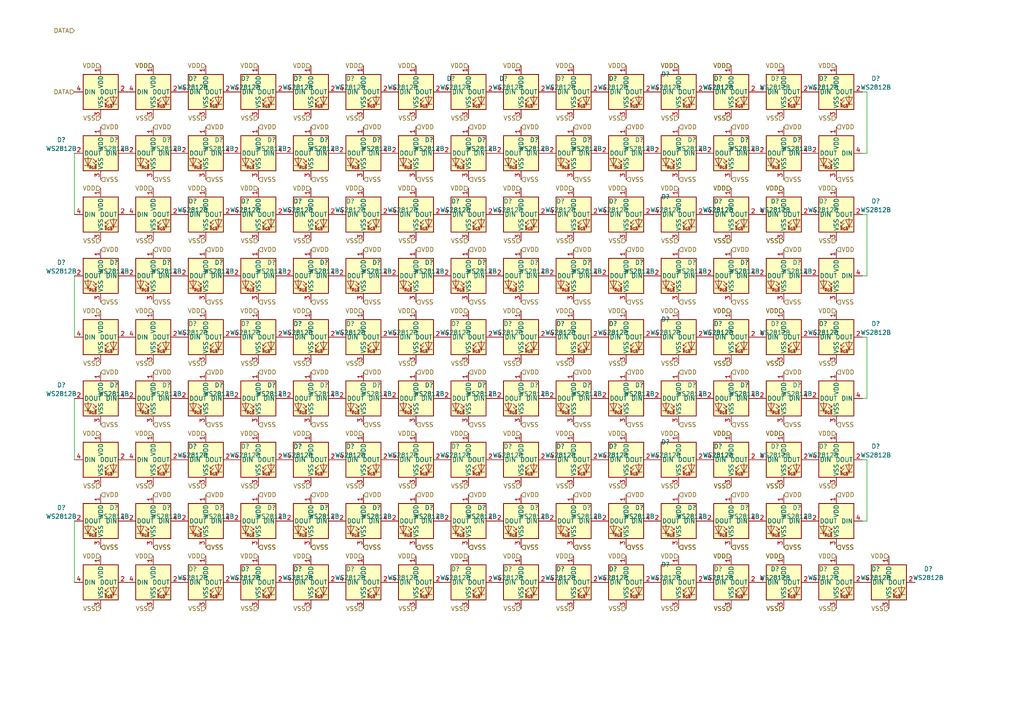
<source format=kicad_sch>
(kicad_sch (version 20230121) (generator eeschema)
  (paper "A4")
  (wire (pts (xy 251.46 133.35) (xy 250.19 133.35)))
  (wire (pts (xy 21.59 44.45) (xy 21.59 62.23)))
  (wire (pts (xy 251.46 151.13) (xy 250.19 151.13)))
  (wire (pts (xy 21.59 151.13) (xy 21.59 168.91)))
  (wire (pts (xy 251.46 26.67) (xy 251.46 44.45)))
  (wire (pts (xy 251.46 44.45) (xy 250.19 44.45)))
  (wire (pts (xy 21.59 80.01) (xy 21.59 97.79)))
  (wire (pts (xy 251.46 26.67) (xy 250.19 26.67)))
  (wire (pts (xy 251.46 97.79) (xy 250.19 97.79)))
  (wire (pts (xy 251.46 115.57) (xy 250.19 115.57)))
  (wire (pts (xy 251.46 62.23) (xy 250.19 62.23)))
  (wire (pts (xy 251.46 62.23) (xy 251.46 80.01)))
  (wire (pts (xy 251.46 97.79) (xy 251.46 115.57)))
  (wire (pts (xy 251.46 80.01) (xy 250.19 80.01)))
  (wire (pts (xy 251.46 133.35) (xy 251.46 151.13)))
  (wire (pts (xy 21.59 115.57) (xy 21.59 133.35)))
  (hierarchical_label "VDD" (shape input) (at 90.17 54.61 180))
  (hierarchical_label "VSS" (shape input) (at 257.81 176.53 180))
  (hierarchical_label "VSS" (shape input) (at 196.85 140.97 180))
  (hierarchical_label "VSS" (shape input) (at 181.61 158.75 0))
  (hierarchical_label "VSS" (shape input) (at 242.57 52.07 0))
  (hierarchical_label "VSS" (shape input) (at 74.93 34.29 180))
  (hierarchical_label "VDD" (shape input) (at 242.57 107.95 0))
  (hierarchical_label "VDD" (shape input) (at 227.33 54.61 180))
  (hierarchical_label "VDD" (shape input) (at 44.45 161.29 180))
  (hierarchical_label "VSS" (shape input) (at 120.65 105.41 180))
  (hierarchical_label "VSS" (shape input) (at 227.33 158.75 0))
  (hierarchical_label "VDD" (shape input) (at 105.41 107.95 0))
  (hierarchical_label "VSS" (shape input) (at 90.17 34.29 180))
  (hierarchical_label "VDD" (shape input) (at 166.37 19.05 180))
  (hierarchical_label "VSS" (shape input) (at 74.93 140.97 180))
  (hierarchical_label "VDD" (shape input) (at 227.33 54.61 180))
  (hierarchical_label "VDD" (shape input) (at 166.37 72.39 0))
  (hierarchical_label "VDD" (shape input) (at 242.57 36.83 0))
  (hierarchical_label "VDD" (shape input) (at 242.57 143.51 0))
  (hierarchical_label "VSS" (shape input) (at 29.21 158.75 0))
  (hierarchical_label "VSS" (shape input) (at 90.17 87.63 0))
  (hierarchical_label "VSS" (shape input) (at 29.21 52.07 0))
  (hierarchical_label "VDD" (shape input) (at 181.61 107.95 0))
  (hierarchical_label "VDD" (shape input) (at 166.37 143.51 0))
  (hierarchical_label "VDD" (shape input) (at 181.61 19.05 180))
  (hierarchical_label "VDD" (shape input) (at 242.57 19.05 180))
  (hierarchical_label "VSS" (shape input) (at 120.65 69.85 180))
  (hierarchical_label "VDD" (shape input) (at 29.21 125.73 180))
  (hierarchical_label "VDD" (shape input) (at 166.37 161.29 180))
  (hierarchical_label "VDD" (shape input) (at 227.33 125.73 180))
  (hierarchical_label "VSS" (shape input) (at 44.45 87.63 0))
  (hierarchical_label "VDD" (shape input) (at 105.41 19.05 180))
  (hierarchical_label "VDD" (shape input) (at 181.61 54.61 180))
  (hierarchical_label "VSS" (shape input) (at 227.33 140.97 180))
  (hierarchical_label "VSS" (shape input) (at 212.09 123.19 0))
  (hierarchical_label "VSS" (shape input) (at 29.21 140.97 180))
  (hierarchical_label "VDD" (shape input) (at 227.33 125.73 180))
  (hierarchical_label "VDD" (shape input) (at 166.37 125.73 180))
  (hierarchical_label "VDD" (shape input) (at 227.33 161.29 180))
  (hierarchical_label "VSS" (shape input) (at 212.09 69.85 180))
  (hierarchical_label "VDD" (shape input) (at 44.45 36.83 0))
  (hierarchical_label "VSS" (shape input) (at 166.37 123.19 0))
  (hierarchical_label "VDD" (shape input) (at 212.09 107.95 0))
  (hierarchical_label "VSS" (shape input) (at 181.61 87.63 0))
  (hierarchical_label "VDD" (shape input) (at 105.41 54.61 180))
  (hierarchical_label "VSS" (shape input) (at 181.61 52.07 0))
  (hierarchical_label "VSS" (shape input) (at 227.33 69.85 180))
  (hierarchical_label "VSS" (shape input) (at 151.13 176.53 180))
  (hierarchical_label "VSS" (shape input) (at 181.61 140.97 180))
  (hierarchical_label "VSS" (shape input) (at 59.69 87.63 0))
  (hierarchical_label "VDD" (shape input) (at 135.89 72.39 0))
  (hierarchical_label "VSS" (shape input) (at 105.41 34.29 180))
  (hierarchical_label "VSS" (shape input) (at 181.61 34.29 180))
  (hierarchical_label "VSS" (shape input) (at 135.89 158.75 0))
  (hierarchical_label "VSS" (shape input) (at 227.33 34.29 180))
  (hierarchical_label "VDD" (shape input) (at 44.45 143.51 0))
  (hierarchical_label "VSS" (shape input) (at 74.93 158.75 0))
  (hierarchical_label "VDD" (shape input) (at 90.17 90.17 180))
  (hierarchical_label "VSS" (shape input) (at 227.33 123.19 0))
  (hierarchical_label "VSS" (shape input) (at 135.89 123.19 0))
  (hierarchical_label "VDD" (shape input) (at 59.69 161.29 180))
  (hierarchical_label "VSS" (shape input) (at 227.33 105.41 180))
  (hierarchical_label "VDD" (shape input) (at 135.89 54.61 180))
  (hierarchical_label "DATA" (shape input) (at 21.59 8.89 180))
  (hierarchical_label "VDD" (shape input) (at 257.81 161.29 180))
  (hierarchical_label "VDD" (shape input) (at 120.65 107.95 0))
  (hierarchical_label "VSS" (shape input) (at 29.21 123.19 0))
  (hierarchical_label "VSS" (shape input) (at 166.37 158.75 0))
  (hierarchical_label "VSS" (shape input) (at 181.61 123.19 0))
  (hierarchical_label "VDD" (shape input) (at 227.33 19.05 180))
  (hierarchical_label "VDD" (shape input) (at 151.13 90.17 180))
  (hierarchical_label "VDD" (shape input) (at 242.57 161.29 180))
  (hierarchical_label "VDD" (shape input) (at 120.65 125.73 180))
  (hierarchical_label "VSS" (shape input) (at 90.17 158.75 0))
  (hierarchical_label "VSS" (shape input) (at 227.33 87.63 0))
  (hierarchical_label "VDD" (shape input) (at 196.85 143.51 0))
  (hierarchical_label "VDD" (shape input) (at 90.17 107.95 0))
  (hierarchical_label "VDD" (shape input) (at 151.13 161.29 180))
  (hierarchical_label "VSS" (shape input) (at 242.57 69.85 180))
  (hierarchical_label "VDD" (shape input) (at 166.37 54.61 180))
  (hierarchical_label "VSS" (shape input) (at 74.93 123.19 0))
  (hierarchical_label "VSS" (shape input) (at 151.13 123.19 0))
  (hierarchical_label "VSS" (shape input) (at 227.33 52.07 0))
  (hierarchical_label "VSS" (shape input) (at 196.85 176.53 180))
  (hierarchical_label "VDD" (shape input) (at 29.21 54.61 180))
  (hierarchical_label "VDD" (shape input) (at 196.85 125.73 180))
  (hierarchical_label "VDD" (shape input) (at 29.21 90.17 180))
  (hierarchical_label "VSS" (shape input) (at 44.45 123.19 0))
  (hierarchical_label "VSS" (shape input) (at 135.89 87.63 0))
  (hierarchical_label "VSS" (shape input) (at 90.17 52.07 0))
  (hierarchical_label "VDD" (shape input) (at 90.17 125.73 180))
  (hierarchical_label "VSS" (shape input) (at 120.65 158.75 0))
  (hierarchical_label "VSS" (shape input) (at 59.69 105.41 180))
  (hierarchical_label "VSS" (shape input) (at 212.09 34.29 180))
  (hierarchical_label "VSS" (shape input) (at 151.13 105.41 180))
  (hierarchical_label "VSS" (shape input) (at 74.93 87.63 0))
  (hierarchical_label "VSS" (shape input) (at 105.41 158.75 0))
  (hierarchical_label "VSS" (shape input) (at 212.09 34.29 180))
  (hierarchical_label "VSS" (shape input) (at 242.57 140.97 180))
  (hierarchical_label "VDD" (shape input) (at 196.85 107.95 0))
  (hierarchical_label "VDD" (shape input) (at 120.65 143.51 0))
  (hierarchical_label "VSS" (shape input) (at 181.61 176.53 180))
  (hierarchical_label "VSS" (shape input) (at 227.33 105.41 180))
  (hierarchical_label "VSS" (shape input) (at 74.93 105.41 180))
  (hierarchical_label "VDD" (shape input) (at 44.45 90.17 180))
  (hierarchical_label "VSS" (shape input) (at 120.65 34.29 180))
  (hierarchical_label "VSS" (shape input) (at 181.61 105.41 180))
  (hierarchical_label "VDD" (shape input) (at 151.13 36.83 0))
  (hierarchical_label "VSS" (shape input) (at 59.69 140.97 180))
  (hierarchical_label "VSS" (shape input) (at 120.65 123.19 0))
  (hierarchical_label "VSS" (shape input) (at 44.45 105.41 180))
  (hierarchical_label "VSS" (shape input) (at 44.45 52.07 0))
  (hierarchical_label "VDD" (shape input) (at 90.17 161.29 180))
  (hierarchical_label "VDD" (shape input) (at 196.85 72.39 0))
  (hierarchical_label "VDD" (shape input) (at 90.17 36.83 0))
  (hierarchical_label "VSS" (shape input) (at 166.37 87.63 0))
  (hierarchical_label "VSS" (shape input) (at 227.33 176.53 180))
  (hierarchical_label "VDD" (shape input) (at 120.65 36.83 0))
  (hierarchical_label "VSS" (shape input) (at 59.69 123.19 0))
  (hierarchical_label "VDD" (shape input) (at 242.57 54.61 180))
  (hierarchical_label "VDD" (shape input) (at 181.61 143.51 0))
  (hierarchical_label "VSS" (shape input) (at 59.69 176.53 180))
  (hierarchical_label "VDD" (shape input) (at 120.65 54.61 180))
  (hierarchical_label "VDD" (shape input) (at 227.33 90.17 180))
  (hierarchical_label "VDD" (shape input) (at 135.89 143.51 0))
  (hierarchical_label "VSS" (shape input) (at 196.85 123.19 0))
  (hierarchical_label "VSS" (shape input) (at 90.17 158.75 0))
  (hierarchical_label "VSS" (shape input) (at 74.93 52.07 0))
  (hierarchical_label "VDD" (shape input) (at 59.69 107.95 0))
  (hierarchical_label "VDD" (shape input) (at 166.37 107.95 0))
  (hierarchical_label "VSS" (shape input) (at 196.85 105.41 180))
  (hierarchical_label "VDD" (shape input) (at 227.33 72.39 0))
  (hierarchical_label "VDD" (shape input) (at 44.45 19.05 180))
  (hierarchical_label "VDD" (shape input) (at 120.65 90.17 180))
  (hierarchical_label "VDD" (shape input) (at 105.41 161.29 180))
  (hierarchical_label "VSS" (shape input) (at 196.85 158.75 0))
  (hierarchical_label "VDD" (shape input) (at 212.09 90.17 180))
  (hierarchical_label "VSS" (shape input) (at 74.93 158.75 0))
  (hierarchical_label "VDD" (shape input) (at 74.93 54.61 180))
  (hierarchical_label "VSS" (shape input) (at 196.85 34.29 180))
  (hierarchical_label "VDD" (shape input) (at 29.21 72.39 0))
  (hierarchical_label "VSS" (shape input) (at 135.89 176.53 180))
  (hierarchical_label "VSS" (shape input) (at 90.17 140.97 180))
  (hierarchical_label "VSS" (shape input) (at 212.09 140.97 180))
  (hierarchical_label "VSS" (shape input) (at 151.13 158.75 0))
  (hierarchical_label "VSS" (shape input) (at 105.41 123.19 0))
  (hierarchical_label "VDD" (shape input) (at 181.61 161.29 180))
  (hierarchical_label "VSS" (shape input) (at 196.85 158.75 0))
  (hierarchical_label "VDD" (shape input) (at 74.93 125.73 180))
  (hierarchical_label "VSS" (shape input) (at 44.45 158.75 0))
  (hierarchical_label "VDD" (shape input) (at 151.13 143.51 0))
  (hierarchical_label "VDD" (shape input) (at 44.45 54.61 180))
  (hierarchical_label "VSS" (shape input) (at 242.57 176.53 180))
  (hierarchical_label "VSS" (shape input) (at 44.45 34.29 180))
  (hierarchical_label "VSS" (shape input) (at 242.57 34.29 180))
  (hierarchical_label "VDD" (shape input) (at 196.85 19.05 180))
  (hierarchical_label "VDD" (shape input) (at 181.61 90.17 180))
  (hierarchical_label "VDD" (shape input) (at 227.33 36.83 0))
  (hierarchical_label "VSS" (shape input) (at 135.89 105.41 180))
  (hierarchical_label "VSS" (shape input) (at 242.57 158.75 0))
  (hierarchical_label "VSS" (shape input) (at 227.33 69.85 180))
  (hierarchical_label "VDD" (shape input) (at 212.09 36.83 0))
  (hierarchical_label "VSS" (shape input) (at 135.89 52.07 0))
  (hierarchical_label "VSS" (shape input) (at 29.21 158.75 0))
  (hierarchical_label "VDD" (shape input) (at 44.45 19.05 180))
  (hierarchical_label "DATA" (shape input) (at 21.59 26.67 180))
  (hierarchical_label "VSS" (shape input) (at 59.69 52.07 0))
  (hierarchical_label "VDD" (shape input) (at 212.09 72.39 0))
  (hierarchical_label "VSS" (shape input) (at 212.09 140.97 180))
  (hierarchical_label "VDD" (shape input) (at 74.93 90.17 180))
  (hierarchical_label "VDD" (shape input) (at 227.33 143.51 0))
  (hierarchical_label "VDD" (shape input) (at 212.09 125.73 180))
  (hierarchical_label "VDD" (shape input) (at 151.13 54.61 180))
  (hierarchical_label "VDD" (shape input) (at 44.45 72.39 0))
  (hierarchical_label "VDD" (shape input) (at 105.41 125.73 180))
  (hierarchical_label "VSS" (shape input) (at 29.21 176.53 180))
  (hierarchical_label "VDD" (shape input) (at 135.89 19.05 180))
  (hierarchical_label "VSS" (shape input) (at 105.41 158.75 0))
  (hierarchical_label "VDD" (shape input) (at 196.85 54.61 180))
  (hierarchical_label "VDD" (shape input) (at 212.09 161.29 180))
  (hierarchical_label "VDD" (shape input) (at 212.09 19.05 180))
  (hierarchical_label "VDD" (shape input) (at 212.09 54.61 180))
  (hierarchical_label "VDD" (shape input) (at 59.69 19.05 180))
  (hierarchical_label "VSS" (shape input) (at 151.13 69.85 180))
  (hierarchical_label "VSS" (shape input) (at 151.13 158.75 0))
  (hierarchical_label "VDD" (shape input) (at 90.17 143.51 0))
  (hierarchical_label "VDD" (shape input) (at 105.41 143.51 0))
  (hierarchical_label "VDD" (shape input) (at 59.69 125.73 180))
  (hierarchical_label "VDD" (shape input) (at 59.69 143.51 0))
  (hierarchical_label "VDD" (shape input) (at 181.61 36.83 0))
  (hierarchical_label "VSS" (shape input) (at 90.17 105.41 180))
  (hierarchical_label "VSS" (shape input) (at 181.61 158.75 0))
  (hierarchical_label "VSS" (shape input) (at 212.09 105.41 180))
  (hierarchical_label "VDD" (shape input) (at 242.57 90.17 180))
  (hierarchical_label "VSS" (shape input) (at 29.21 69.85 180))
  (hierarchical_label "VSS" (shape input) (at 135.89 140.97 180))
  (hierarchical_label "VSS" (shape input) (at 196.85 52.07 0))
  (hierarchical_label "VSS" (shape input) (at 196.85 69.85 180))
  (hierarchical_label "VSS" (shape input) (at 120.65 87.63 0))
  (hierarchical_label "VDD" (shape input) (at 29.21 161.29 180))
  (hierarchical_label "VDD" (shape input) (at 212.09 90.17 180))
  (hierarchical_label "VSS" (shape input) (at 135.89 34.29 180))
  (hierarchical_label "VDD" (shape input) (at 44.45 125.73 180))
  (hierarchical_label "VDD" (shape input) (at 74.93 19.05 180))
  (hierarchical_label "VDD" (shape input) (at 135.89 161.29 180))
  (hierarchical_label "VSS" (shape input) (at 59.69 158.75 0))
  (hierarchical_label "VSS" (shape input) (at 242.57 87.63 0))
  (hierarchical_label "VDD" (shape input) (at 29.21 36.83 0))
  (hierarchical_label "VSS" (shape input) (at 59.69 158.75 0))
  (hierarchical_label "VDD" (shape input) (at 212.09 19.05 180))
  (hierarchical_label "VDD" (shape input) (at 29.21 107.95 0))
  (hierarchical_label "VDD" (shape input) (at 105.41 90.17 180))
  (hierarchical_label "VSS" (shape input) (at 105.41 87.63 0))
  (hierarchical_label "VSS" (shape input) (at 90.17 123.19 0))
  (hierarchical_label "VSS" (shape input) (at 212.09 52.07 0))
  (hierarchical_label "VSS" (shape input) (at 105.41 140.97 180))
  (hierarchical_label "VDD" (shape input) (at 196.85 90.17 180))
  (hierarchical_label "VSS" (shape input) (at 74.93 69.85 180))
  (hierarchical_label "VDD" (shape input) (at 44.45 107.95 0))
  (hierarchical_label "VSS" (shape input) (at 29.21 105.41 180))
  (hierarchical_label "VSS" (shape input) (at 166.37 105.41 180))
  (hierarchical_label "VDD" (shape input) (at 90.17 72.39 0))
  (hierarchical_label "VSS" (shape input) (at 105.41 52.07 0))
  (hierarchical_label "VSS" (shape input) (at 44.45 158.75 0))
  (hierarchical_label "VSS" (shape input) (at 242.57 123.19 0))
  (hierarchical_label "VDD" (shape input) (at 120.65 72.39 0))
  (hierarchical_label "VSS" (shape input) (at 105.41 105.41 180))
  (hierarchical_label "VDD" (shape input) (at 105.41 36.83 0))
  (hierarchical_label "VSS" (shape input) (at 181.61 69.85 180))
  (hierarchical_label "VSS" (shape input) (at 166.37 158.75 0))
  (hierarchical_label "VSS" (shape input) (at 120.65 52.07 0))
  (hierarchical_label "VSS" (shape input) (at 120.65 140.97 180))
  (hierarchical_label "VSS" (shape input) (at 151.13 140.97 180))
  (hierarchical_label "VSS" (shape input) (at 74.93 176.53 180))
  (hierarchical_label "VSS" (shape input) (at 120.65 176.53 180))
  (hierarchical_label "VDD" (shape input) (at 120.65 161.29 180))
  (hierarchical_label "VDD" (shape input) (at 166.37 36.83 0))
  (hierarchical_label "VDD" (shape input) (at 212.09 125.73 180))
  (hierarchical_label "VSS" (shape input) (at 135.89 158.75 0))
  (hierarchical_label "VDD" (shape input) (at 135.89 36.83 0))
  (hierarchical_label "VDD" (shape input) (at 59.69 54.61 180))
  (hierarchical_label "VDD" (shape input) (at 74.93 107.95 0))
  (hierarchical_label "VDD" (shape input) (at 196.85 19.05 180))
  (hierarchical_label "VSS" (shape input) (at 212.09 158.75 0))
  (hierarchical_label "VSS" (shape input) (at 44.45 69.85 180))
  (hierarchical_label "VDD" (shape input) (at 59.69 36.83 0))
  (hierarchical_label "VSS" (shape input) (at 151.13 87.63 0))
  (hierarchical_label "VSS" (shape input) (at 227.33 158.75 0))
  (hierarchical_label "VDD" (shape input) (at 135.89 107.95 0))
  (hierarchical_label "VDD" (shape input) (at 59.69 90.17 180))
  (hierarchical_label "VSS" (shape input) (at 90.17 176.53 180))
  (hierarchical_label "VSS" (shape input) (at 151.13 34.29 180))
  (hierarchical_label "VSS" (shape input) (at 59.69 34.29 180))
  (hierarchical_label "VSS" (shape input) (at 166.37 52.07 0))
  (hierarchical_label "VSS" (shape input) (at 166.37 140.97 180))
  (hierarchical_label "VDD" (shape input) (at 74.93 143.51 0))
  (hierarchical_label "VSS" (shape input) (at 227.33 140.97 180))
  (hierarchical_label "VSS" (shape input) (at 44.45 176.53 180))
  (hierarchical_label "VDD" (shape input) (at 135.89 125.73 180))
  (hierarchical_label "VSS" (shape input) (at 166.37 176.53 180))
  (hierarchical_label "VDD" (shape input) (at 90.17 19.05 180))
  (hierarchical_label "VSS" (shape input) (at 242.57 105.41 180))
  (hierarchical_label "VSS" (shape input) (at 151.13 52.07 0))
  (hierarchical_label "VSS" (shape input) (at 120.65 158.75 0))
  (hierarchical_label "VDD" (shape input) (at 105.41 72.39 0))
  (hierarchical_label "VDD" (shape input) (at 29.21 143.51 0))
  (hierarchical_label "VSS" (shape input) (at 212.09 176.53 180))
  (hierarchical_label "VSS" (shape input) (at 166.37 34.29 180))
  (hierarchical_label "VSS" (shape input) (at 135.89 69.85 180))
  (hierarchical_label "VSS" (shape input) (at 44.45 140.97 180))
  (hierarchical_label "VSS" (shape input) (at 59.69 69.85 180))
  (hierarchical_label "VSS" (shape input) (at 166.37 69.85 180))
  (hierarchical_label "VDD" (shape input) (at 181.61 125.73 180))
  (hierarchical_label "VDD" (shape input) (at 120.65 19.05 180))
  (hierarchical_label "VDD" (shape input) (at 227.33 161.29 180))
  (hierarchical_label "VDD" (shape input) (at 212.09 161.29 180))
  (hierarchical_label "VDD" (shape input) (at 151.13 19.05 180))
  (hierarchical_label "VSS" (shape input) (at 212.09 105.41 180))
  (hierarchical_label "VDD" (shape input) (at 212.09 143.51 0))
  (hierarchical_label "VDD" (shape input) (at 74.93 161.29 180))
  (hierarchical_label "VDD" (shape input) (at 29.21 19.05 180))
  (hierarchical_label "VSS" (shape input) (at 105.41 69.85 180))
  (hierarchical_label "VDD" (shape input) (at 227.33 107.95 0))
  (hierarchical_label "VSS" (shape input) (at 29.21 34.29 180))
  (hierarchical_label "VSS" (shape input) (at 212.09 69.85 180))
  (hierarchical_label "VDD" (shape input) (at 242.57 125.73 180))
  (hierarchical_label "VDD" (shape input) (at 212.09 54.61 180))
  (hierarchical_label "VSS" (shape input) (at 29.21 87.63 0))
  (hierarchical_label "VSS" (shape input) (at 212.09 176.53 180))
  (hierarchical_label "VSS" (shape input) (at 105.41 176.53 180))
  (hierarchical_label "VDD" (shape input) (at 196.85 161.29 180))
  (hierarchical_label "VDD" (shape input) (at 242.57 72.39 0))
  (hierarchical_label "VDD" (shape input) (at 181.61 72.39 0))
  (hierarchical_label "VSS" (shape input) (at 242.57 158.75 0))
  (hierarchical_label "VDD" (shape input) (at 74.93 36.83 0))
  (hierarchical_label "VSS" (shape input) (at 227.33 176.53 180))
  (hierarchical_label "VDD" (shape input) (at 135.89 90.17 180))
  (hierarchical_label "VDD" (shape input) (at 151.13 72.39 0))
  (hierarchical_label "VDD" (shape input) (at 74.93 72.39 0))
  (hierarchical_label "VDD" (shape input) (at 166.37 90.17 180))
  (hierarchical_label "VSS" (shape input) (at 212.09 87.63 0))
  (hierarchical_label "VDD" (shape input) (at 151.13 107.95 0))
  (hierarchical_label "VSS" (shape input) (at 90.17 69.85 180))
  (hierarchical_label "VDD" (shape input) (at 151.13 125.73 180))
  (hierarchical_label "VSS" (shape input) (at 196.85 87.63 0))
  (hierarchical_label "VDD" (shape input) (at 227.33 90.17 180))
  (hierarchical_label "VSS" (shape input) (at 212.09 158.75 0))
  (hierarchical_label "VDD" (shape input) (at 196.85 36.83 0))
  (hierarchical_label "VDD" (shape input) (at 59.69 72.39 0))
  (symbol (lib_id "LED:WS2812B") (at 227.33 115.57 0) (mirror y) (unit 1)
    (property "Reference" "D?" (at 215.9 111.6839 0))
    (property "Value" "WS2812B" (at 215.9 114.2239 0))
    (property "Footprint" "LED_SMD:LED_WS2812B_PLCC4_5.0x5.0mm_P3.2mm" (effects hide))
    (property "Datasheet" "https://cdn-shop.adafruit.com/datasheets/WS2812B.pdf" (effects hide))
    (instances (project "esp32_midi" (path "" (reference "D?") (unit 1)) (path "" (reference "D189") (unit 1))))
  )
  (symbol (lib_id "LED:WS2812B") (at 120.65 133.35 0) (unit 1)
    (property "Reference" "D?" (at 147.32 129.4639 0))
    (property "Value" "WS2812B" (at 147.32 132.0039 0))
    (property "Footprint" "LED_SMD:LED_WS2812B_PLCC4_5.0x5.0mm_P3.2mm" (effects hide))
    (property "Datasheet" "https://cdn-shop.adafruit.com/datasheets/WS2812B.pdf" (effects hide))
    (instances (project "esp32_midi" (path "" (reference "D?") (unit 1)) (path "" (reference "D197") (unit 1))))
  )
  (symbol (lib_id "LED:WS2812B") (at 196.85 62.23 0) (unit 1)
    (property "Reference" "D?" (at 208.28 58.3439 0))
    (property "Value" "WS2812B" (at 208.28 60.8839 0))
    (property "Footprint" "LED_SMD:LED_WS2812B_PLCC4_5.0x5.0mm_P3.2mm" (effects hide))
    (property "Datasheet" "https://cdn-shop.adafruit.com/datasheets/WS2812B.pdf" (effects hide))
    (instances (project "esp32_midi" (path "" (reference "D?") (unit 1)) (path "" (reference "D142") (unit 1))))
  )
  (symbol (lib_id "LED:WS2812B") (at 59.69 44.45 0) (mirror y) (unit 1)
    (property "Reference" "D?" (at 48.26 40.5639 0))
    (property "Value" "WS2812B" (at 48.26 43.1039 0))
    (property "Footprint" "LED_SMD:LED_WS2812B_PLCC4_5.0x5.0mm_P3.2mm" (effects hide))
    (property "Datasheet" "https://cdn-shop.adafruit.com/datasheets/WS2812B.pdf" (effects hide))
    (instances (project "esp32_midi" (path "" (reference "D?") (unit 1)) (path "" (reference "D118") (unit 1))))
  )
  (symbol (lib_id "LED:WS2812B") (at 181.61 80.01 0) (mirror y) (unit 1)
    (property "Reference" "D?" (at 170.18 76.1239 0))
    (property "Value" "WS2812B" (at 170.18 78.6639 0))
    (property "Footprint" "LED_SMD:LED_WS2812B_PLCC4_5.0x5.0mm_P3.2mm" (effects hide))
    (property "Datasheet" "https://cdn-shop.adafruit.com/datasheets/WS2812B.pdf" (effects hide))
    (instances (project "esp32_midi" (path "" (reference "D?") (unit 1)) (path "" (reference "D156") (unit 1))))
  )
  (symbol (lib_id "LED:WS2812B") (at 29.21 115.57 0) (mirror y) (unit 1)
    (property "Reference" "D?" (at 17.78 111.6839 0))
    (property "Value" "WS2812B" (at 17.78 114.2239 0))
    (property "Footprint" "LED_SMD:LED_WS2812B_PLCC4_5.0x5.0mm_P3.2mm" (effects hide))
    (property "Datasheet" "https://cdn-shop.adafruit.com/datasheets/WS2812B.pdf" (effects hide))
    (instances (project "esp32_midi" (path "" (reference "D?") (unit 1)) (path "" (reference "D176") (unit 1))))
  )
  (symbol (lib_id "LED:WS2812B") (at 151.13 62.23 0) (unit 1)
    (property "Reference" "D?" (at 177.8 58.3439 0))
    (property "Value" "WS2812B" (at 177.8 60.8839 0))
    (property "Footprint" "LED_SMD:LED_WS2812B_PLCC4_5.0x5.0mm_P3.2mm" (effects hide))
    (property "Datasheet" "https://cdn-shop.adafruit.com/datasheets/WS2812B.pdf" (effects hide))
    (instances (project "esp32_midi" (path "" (reference "D?") (unit 1)) (path "" (reference "D139") (unit 1))))
  )
  (symbol (lib_id "LED:WS2812B") (at 227.33 44.45 0) (mirror y) (unit 1)
    (property "Reference" "D?" (at 215.9 40.5639 0))
    (property "Value" "WS2812B" (at 215.9 43.1039 0))
    (property "Footprint" "LED_SMD:LED_WS2812B_PLCC4_5.0x5.0mm_P3.2mm" (effects hide))
    (property "Datasheet" "https://cdn-shop.adafruit.com/datasheets/WS2812B.pdf" (effects hide))
    (instances (project "esp32_midi" (path "" (reference "D?") (unit 1)) (path "" (reference "D129") (unit 1))))
  )
  (symbol (lib_id "LED:WS2812B") (at 74.93 44.45 0) (mirror y) (unit 1)
    (property "Reference" "D?" (at 63.5 40.5639 0))
    (property "Value" "WS2812B" (at 63.5 43.1039 0))
    (property "Footprint" "LED_SMD:LED_WS2812B_PLCC4_5.0x5.0mm_P3.2mm" (effects hide))
    (property "Datasheet" "https://cdn-shop.adafruit.com/datasheets/WS2812B.pdf" (effects hide))
    (instances (project "esp32_midi" (path "" (reference "D?") (unit 1)) (path "" (reference "D119") (unit 1))))
  )
  (symbol (lib_id "LED:WS2812B") (at 29.21 26.67 0) (unit 1)
    (property "Reference" "D?" (at 55.88 22.7839 0))
    (property "Value" "WS2812B" (at 55.88 25.3239 0))
    (property "Footprint" "LED_SMD:LED_WS2812B_PLCC4_5.0x5.0mm_P3.2mm" (effects hide))
    (property "Datasheet" "https://cdn-shop.adafruit.com/datasheets/WS2812B.pdf" (effects hide))
    (instances (project "esp32_midi" (path "" (reference "D?") (unit 1)) (path "" (reference "D101") (unit 1))))
  )
  (symbol (lib_id "LED:WS2812B") (at 166.37 97.79 0) (unit 1)
    (property "Reference" "D?" (at 177.8 93.9039 0))
    (property "Value" "WS2812B" (at 193.04 96.4439 0))
    (property "Footprint" "LED_SMD:LED_WS2812B_PLCC4_5.0x5.0mm_P3.2mm" (effects hide))
    (property "Datasheet" "https://cdn-shop.adafruit.com/datasheets/WS2812B.pdf" (effects hide))
    (instances (project "esp32_midi" (path "" (reference "D?") (unit 1)) (path "" (reference "D170") (unit 1))))
  )
  (symbol (lib_id "LED:WS2812B") (at 44.45 151.13 0) (mirror y) (unit 1)
    (property "Reference" "D?" (at 33.02 147.2439 0))
    (property "Value" "WS2812B" (at 33.02 149.7839 0))
    (property "Footprint" "LED_SMD:LED_WS2812B_PLCC4_5.0x5.0mm_P3.2mm" (effects hide))
    (property "Datasheet" "https://cdn-shop.adafruit.com/datasheets/WS2812B.pdf" (effects hide))
    (instances (project "esp32_midi" (path "" (reference "D?") (unit 1)) (path "" (reference "D207") (unit 1))))
  )
  (symbol (lib_id "LED:WS2812B") (at 74.93 168.91 0) (unit 1)
    (property "Reference" "D?" (at 86.36 165.0239 0))
    (property "Value" "WS2812B" (at 101.6 167.5639 0))
    (property "Footprint" "LED_SMD:LED_WS2812B_PLCC4_5.0x5.0mm_P3.2mm" (effects hide))
    (property "Datasheet" "https://cdn-shop.adafruit.com/datasheets/WS2812B.pdf" (effects hide))
    (instances (project "esp32_midi" (path "" (reference "D?") (unit 1)) (path "" (reference "D224") (unit 1))))
  )
  (symbol (lib_id "LED:WS2812B") (at 166.37 115.57 0) (mirror y) (unit 1)
    (property "Reference" "D?" (at 154.94 111.6839 0))
    (property "Value" "WS2812B" (at 154.94 114.2239 0))
    (property "Footprint" "LED_SMD:LED_WS2812B_PLCC4_5.0x5.0mm_P3.2mm" (effects hide))
    (property "Datasheet" "https://cdn-shop.adafruit.com/datasheets/WS2812B.pdf" (effects hide))
    (instances (project "esp32_midi" (path "" (reference "D?") (unit 1)) (path "" (reference "D185") (unit 1))))
  )
  (symbol (lib_id "LED:WS2812B") (at 166.37 168.91 0) (unit 1)
    (property "Reference" "D?" (at 177.8 165.0239 0))
    (property "Value" "WS2812B" (at 193.04 167.5639 0))
    (property "Footprint" "LED_SMD:LED_WS2812B_PLCC4_5.0x5.0mm_P3.2mm" (effects hide))
    (property "Datasheet" "https://cdn-shop.adafruit.com/datasheets/WS2812B.pdf" (effects hide))
    (instances (project "esp32_midi" (path "" (reference "D?") (unit 1)) (path "" (reference "D230") (unit 1))))
  )
  (symbol (lib_id "LED:WS2812B") (at 242.57 133.35 0) (unit 1)
    (property "Reference" "D?" (at 254 129.4639 0))
    (property "Value" "WS2812B" (at 254 132.0039 0))
    (property "Footprint" "LED_SMD:LED_WS2812B_PLCC4_5.0x5.0mm_P3.2mm" (effects hide))
    (property "Datasheet" "https://cdn-shop.adafruit.com/datasheets/WS2812B.pdf" (effects hide))
    (instances (project "esp32_midi" (path "" (reference "D?") (unit 1)) (path "" (reference "D205") (unit 1))))
  )
  (symbol (lib_id "LED:WS2812B") (at 151.13 97.79 0) (unit 1)
    (property "Reference" "D?" (at 177.8 93.9039 0))
    (property "Value" "WS2812B" (at 177.8 96.4439 0))
    (property "Footprint" "LED_SMD:LED_WS2812B_PLCC4_5.0x5.0mm_P3.2mm" (effects hide))
    (property "Datasheet" "https://cdn-shop.adafruit.com/datasheets/WS2812B.pdf" (effects hide))
    (instances (project "esp32_midi" (path "" (reference "D?") (unit 1)) (path "" (reference "D169") (unit 1))))
  )
  (symbol (lib_id "LED:WS2812B") (at 212.09 97.79 0) (unit 1)
    (property "Reference" "D?" (at 224.79 93.9039 0))
    (property "Value" "WS2812B" (at 224.79 96.4439 0))
    (property "Footprint" "LED_SMD:LED_WS2812B_PLCC4_5.0x5.0mm_P3.2mm" (effects hide))
    (property "Datasheet" "https://cdn-shop.adafruit.com/datasheets/WS2812B.pdf" (effects hide))
    (instances (project "esp32_midi" (path "" (reference "D?") (unit 1)) (path "" (reference "D173") (unit 1))))
  )
  (symbol (lib_id "LED:WS2812B") (at 196.85 115.57 0) (mirror y) (unit 1)
    (property "Reference" "D?" (at 185.42 111.6839 0))
    (property "Value" "WS2812B" (at 185.42 114.2239 0))
    (property "Footprint" "LED_SMD:LED_WS2812B_PLCC4_5.0x5.0mm_P3.2mm" (effects hide))
    (property "Datasheet" "https://cdn-shop.adafruit.com/datasheets/WS2812B.pdf" (effects hide))
    (instances (project "esp32_midi" (path "" (reference "D?") (unit 1)) (path "" (reference "D187") (unit 1))))
  )
  (symbol (lib_id "LED:WS2812B") (at 44.45 44.45 0) (mirror y) (unit 1)
    (property "Reference" "D?" (at 33.02 40.5639 0))
    (property "Value" "WS2812B" (at 33.02 43.1039 0))
    (property "Footprint" "LED_SMD:LED_WS2812B_PLCC4_5.0x5.0mm_P3.2mm" (effects hide))
    (property "Datasheet" "https://cdn-shop.adafruit.com/datasheets/WS2812B.pdf" (effects hide))
    (instances (project "esp32_midi" (path "" (reference "D?") (unit 1)) (path "" (reference "D117") (unit 1))))
  )
  (symbol (lib_id "LED:WS2812B") (at 29.21 97.79 0) (unit 1)
    (property "Reference" "D?" (at 55.88 93.9039 0))
    (property "Value" "WS2812B" (at 55.88 96.4439 0))
    (property "Footprint" "LED_SMD:LED_WS2812B_PLCC4_5.0x5.0mm_P3.2mm" (effects hide))
    (property "Datasheet" "https://cdn-shop.adafruit.com/datasheets/WS2812B.pdf" (effects hide))
    (instances (project "esp32_midi" (path "" (reference "D?") (unit 1)) (path "" (reference "D161") (unit 1))))
  )
  (symbol (lib_id "LED:WS2812B") (at 227.33 62.23 0) (unit 1)
    (property "Reference" "D?" (at 238.76 58.3439 0))
    (property "Value" "WS2812B" (at 238.76 60.8839 0))
    (property "Footprint" "LED_SMD:LED_WS2812B_PLCC4_5.0x5.0mm_P3.2mm" (effects hide))
    (property "Datasheet" "https://cdn-shop.adafruit.com/datasheets/WS2812B.pdf" (effects hide))
    (instances (project "esp32_midi" (path "" (reference "D?") (unit 1)) (path "" (reference "D144") (unit 1))))
  )
  (symbol (lib_id "LED:WS2812B") (at 29.21 44.45 0) (mirror y) (unit 1)
    (property "Reference" "D?" (at 17.78 40.5639 0))
    (property "Value" "WS2812B" (at 17.78 43.1039 0))
    (property "Footprint" "LED_SMD:LED_WS2812B_PLCC4_5.0x5.0mm_P3.2mm" (effects hide))
    (property "Datasheet" "https://cdn-shop.adafruit.com/datasheets/WS2812B.pdf" (effects hide))
    (instances (project "esp32_midi" (path "" (reference "D?") (unit 1)) (path "" (reference "D116") (unit 1))))
  )
  (symbol (lib_id "LED:WS2812B") (at 90.17 115.57 0) (mirror y) (unit 1)
    (property "Reference" "D?" (at 78.74 111.6839 0))
    (property "Value" "WS2812B" (at 78.74 114.2239 0))
    (property "Footprint" "LED_SMD:LED_WS2812B_PLCC4_5.0x5.0mm_P3.2mm" (effects hide))
    (property "Datasheet" "https://cdn-shop.adafruit.com/datasheets/WS2812B.pdf" (effects hide))
    (instances (project "esp32_midi" (path "" (reference "D?") (unit 1)) (path "" (reference "D180") (unit 1))))
  )
  (symbol (lib_id "LED:WS2812B") (at 135.89 151.13 0) (mirror y) (unit 1)
    (property "Reference" "D?" (at 124.46 147.2439 0))
    (property "Value" "WS2812B" (at 124.46 149.7839 0))
    (property "Footprint" "LED_SMD:LED_WS2812B_PLCC4_5.0x5.0mm_P3.2mm" (effects hide))
    (property "Datasheet" "https://cdn-shop.adafruit.com/datasheets/WS2812B.pdf" (effects hide))
    (instances (project "esp32_midi" (path "" (reference "D?") (unit 1)) (path "" (reference "D213") (unit 1))))
  )
  (symbol (lib_id "LED:WS2812B") (at 151.13 133.35 0) (unit 1)
    (property "Reference" "D?" (at 177.8 129.4639 0))
    (property "Value" "WS2812B" (at 177.8 132.0039 0))
    (property "Footprint" "LED_SMD:LED_WS2812B_PLCC4_5.0x5.0mm_P3.2mm" (effects hide))
    (property "Datasheet" "https://cdn-shop.adafruit.com/datasheets/WS2812B.pdf" (effects hide))
    (instances (project "esp32_midi" (path "" (reference "D?") (unit 1)) (path "" (reference "D199") (unit 1))))
  )
  (symbol (lib_id "LED:WS2812B") (at 227.33 80.01 0) (mirror y) (unit 1)
    (property "Reference" "D?" (at 215.9 76.1239 0))
    (property "Value" "WS2812B" (at 215.9 78.6639 0))
    (property "Footprint" "LED_SMD:LED_WS2812B_PLCC4_5.0x5.0mm_P3.2mm" (effects hide))
    (property "Datasheet" "https://cdn-shop.adafruit.com/datasheets/WS2812B.pdf" (effects hide))
    (instances (project "esp32_midi" (path "" (reference "D?") (unit 1)) (path "" (reference "D159") (unit 1))))
  )
  (symbol (lib_id "LED:WS2812B") (at 105.41 133.35 0) (unit 1)
    (property "Reference" "D?" (at 132.08 129.4639 0))
    (property "Value" "WS2812B" (at 132.08 132.0039 0))
    (property "Footprint" "LED_SMD:LED_WS2812B_PLCC4_5.0x5.0mm_P3.2mm" (effects hide))
    (property "Datasheet" "https://cdn-shop.adafruit.com/datasheets/WS2812B.pdf" (effects hide))
    (instances (project "esp32_midi" (path "" (reference "D?") (unit 1)) (path "" (reference "D196") (unit 1))))
  )
  (symbol (lib_id "LED:WS2812B") (at 196.85 151.13 0) (mirror y) (unit 1)
    (property "Reference" "D?" (at 185.42 147.2439 0))
    (property "Value" "WS2812B" (at 185.42 149.7839 0))
    (property "Footprint" "LED_SMD:LED_WS2812B_PLCC4_5.0x5.0mm_P3.2mm" (effects hide))
    (property "Datasheet" "https://cdn-shop.adafruit.com/datasheets/WS2812B.pdf" (effects hide))
    (instances (project "esp32_midi" (path "" (reference "D?") (unit 1)) (path "" (reference "D217") (unit 1))))
  )
  (symbol (lib_id "LED:WS2812B") (at 29.21 80.01 0) (mirror y) (unit 1)
    (property "Reference" "D?" (at 17.78 76.1239 0))
    (property "Value" "WS2812B" (at 17.78 78.6639 0))
    (property "Footprint" "LED_SMD:LED_WS2812B_PLCC4_5.0x5.0mm_P3.2mm" (effects hide))
    (property "Datasheet" "https://cdn-shop.adafruit.com/datasheets/WS2812B.pdf" (effects hide))
    (instances (project "esp32_midi" (path "" (reference "D?") (unit 1)) (path "" (reference "D146") (unit 1))))
  )
  (symbol (lib_id "LED:WS2812B") (at 44.45 168.91 0) (unit 1)
    (property "Reference" "D?" (at 71.12 165.0239 0))
    (property "Value" "WS2812B" (at 71.12 167.5639 0))
    (property "Footprint" "LED_SMD:LED_WS2812B_PLCC4_5.0x5.0mm_P3.2mm" (effects hide))
    (property "Datasheet" "https://cdn-shop.adafruit.com/datasheets/WS2812B.pdf" (effects hide))
    (instances (project "esp32_midi" (path "" (reference "D?") (unit 1)) (path "" (reference "D222") (unit 1))))
  )
  (symbol (lib_id "LED:WS2812B") (at 90.17 151.13 0) (mirror y) (unit 1)
    (property "Reference" "D?" (at 78.74 147.2439 0))
    (property "Value" "WS2812B" (at 78.74 149.7839 0))
    (property "Footprint" "LED_SMD:LED_WS2812B_PLCC4_5.0x5.0mm_P3.2mm" (effects hide))
    (property "Datasheet" "https://cdn-shop.adafruit.com/datasheets/WS2812B.pdf" (effects hide))
    (instances (project "esp32_midi" (path "" (reference "D?") (unit 1)) (path "" (reference "D210") (unit 1))))
  )
  (symbol (lib_id "LED:WS2812B") (at 166.37 151.13 0) (mirror y) (unit 1)
    (property "Reference" "D?" (at 154.94 147.2439 0))
    (property "Value" "WS2812B" (at 154.94 149.7839 0))
    (property "Footprint" "LED_SMD:LED_WS2812B_PLCC4_5.0x5.0mm_P3.2mm" (effects hide))
    (property "Datasheet" "https://cdn-shop.adafruit.com/datasheets/WS2812B.pdf" (effects hide))
    (instances (project "esp32_midi" (path "" (reference "D?") (unit 1)) (path "" (reference "D215") (unit 1))))
  )
  (symbol (lib_id "LED:WS2812B") (at 242.57 80.01 0) (mirror y) (unit 1)
    (property "Reference" "D?" (at 231.14 76.1239 0))
    (property "Value" "WS2812B" (at 231.14 78.6639 0))
    (property "Footprint" "LED_SMD:LED_WS2812B_PLCC4_5.0x5.0mm_P3.2mm" (effects hide))
    (property "Datasheet" "https://cdn-shop.adafruit.com/datasheets/WS2812B.pdf" (effects hide))
    (instances (project "esp32_midi" (path "" (reference "D?") (unit 1)) (path "" (reference "D160") (unit 1))))
  )
  (symbol (lib_id "LED:WS2812B") (at 120.65 26.67 0) (unit 1)
    (property "Reference" "D?" (at 146.05 22.7839 0))
    (property "Value" "WS2812B" (at 147.32 25.3239 0))
    (property "Footprint" "LED_SMD:LED_WS2812B_PLCC4_5.0x5.0mm_P3.2mm" (effects hide))
    (property "Datasheet" "https://cdn-shop.adafruit.com/datasheets/WS2812B.pdf" (effects hide))
    (instances (project "esp32_midi" (path "" (reference "D?") (unit 1)) (path "" (reference "D107") (unit 1))))
  )
  (symbol (lib_id "LED:WS2812B") (at 212.09 26.67 0) (unit 1)
    (property "Reference" "D?" (at 224.79 22.7839 0))
    (property "Value" "WS2812B" (at 224.79 25.3239 0))
    (property "Footprint" "LED_SMD:LED_WS2812B_PLCC4_5.0x5.0mm_P3.2mm" (effects hide))
    (property "Datasheet" "https://cdn-shop.adafruit.com/datasheets/WS2812B.pdf" (effects hide))
    (instances (project "esp32_midi" (path "" (reference "D?") (unit 1)) (path "" (reference "D113") (unit 1))))
  )
  (symbol (lib_id "LED:WS2812B") (at 196.85 44.45 0) (mirror y) (unit 1)
    (property "Reference" "D?" (at 185.42 40.5639 0))
    (property "Value" "WS2812B" (at 185.42 43.1039 0))
    (property "Footprint" "LED_SMD:LED_WS2812B_PLCC4_5.0x5.0mm_P3.2mm" (effects hide))
    (property "Datasheet" "https://cdn-shop.adafruit.com/datasheets/WS2812B.pdf" (effects hide))
    (instances (project "esp32_midi" (path "" (reference "D?") (unit 1)) (path "" (reference "D127") (unit 1))))
  )
  (symbol (lib_id "LED:WS2812B") (at 90.17 26.67 0) (unit 1)
    (property "Reference" "D?" (at 101.6 22.7839 0))
    (property "Value" "WS2812B" (at 116.84 25.3239 0))
    (property "Footprint" "LED_SMD:LED_WS2812B_PLCC4_5.0x5.0mm_P3.2mm" (effects hide))
    (property "Datasheet" "https://cdn-shop.adafruit.com/datasheets/WS2812B.pdf" (effects hide))
    (instances (project "esp32_midi" (path "" (reference "D?") (unit 1)) (path "" (reference "D105") (unit 1))))
  )
  (symbol (lib_id "LED:WS2812B") (at 59.69 151.13 0) (mirror y) (unit 1)
    (property "Reference" "D?" (at 48.26 147.2439 0))
    (property "Value" "WS2812B" (at 48.26 149.7839 0))
    (property "Footprint" "LED_SMD:LED_WS2812B_PLCC4_5.0x5.0mm_P3.2mm" (effects hide))
    (property "Datasheet" "https://cdn-shop.adafruit.com/datasheets/WS2812B.pdf" (effects hide))
    (instances (project "esp32_midi" (path "" (reference "D?") (unit 1)) (path "" (reference "D208") (unit 1))))
  )
  (symbol (lib_id "LED:WS2812B") (at 242.57 26.67 0) (unit 1)
    (property "Reference" "D?" (at 254 22.7839 0))
    (property "Value" "WS2812B" (at 254 25.3239 0))
    (property "Footprint" "LED_SMD:LED_WS2812B_PLCC4_5.0x5.0mm_P3.2mm" (effects hide))
    (property "Datasheet" "https://cdn-shop.adafruit.com/datasheets/WS2812B.pdf" (effects hide))
    (instances (project "esp32_midi" (path "" (reference "D?") (unit 1)) (path "" (reference "D115") (unit 1))))
  )
  (symbol (lib_id "LED:WS2812B") (at 181.61 26.67 0) (unit 1)
    (property "Reference" "D?" (at 193.04 21.5139 0))
    (property "Value" "WS2812B" (at 208.28 25.3239 0))
    (property "Footprint" "LED_SMD:LED_WS2812B_PLCC4_5.0x5.0mm_P3.2mm" (effects hide))
    (property "Datasheet" "https://cdn-shop.adafruit.com/datasheets/WS2812B.pdf" (effects hide))
    (instances (project "esp32_midi" (path "" (reference "D?") (unit 1)) (path "" (reference "D111") (unit 1))))
  )
  (symbol (lib_id "LED:WS2812B") (at 135.89 97.79 0) (unit 1)
    (property "Reference" "D?" (at 162.56 93.9039 0))
    (property "Value" "WS2812B" (at 162.56 96.4439 0))
    (property "Footprint" "LED_SMD:LED_WS2812B_PLCC4_5.0x5.0mm_P3.2mm" (effects hide))
    (property "Datasheet" "https://cdn-shop.adafruit.com/datasheets/WS2812B.pdf" (effects hide))
    (instances (project "esp32_midi" (path "" (reference "D?") (unit 1)) (path "" (reference "D168") (unit 1))))
  )
  (symbol (lib_id "LED:WS2812B") (at 242.57 115.57 0) (mirror y) (unit 1)
    (property "Reference" "D?" (at 231.14 111.6839 0))
    (property "Value" "WS2812B" (at 231.14 114.2239 0))
    (property "Footprint" "LED_SMD:LED_WS2812B_PLCC4_5.0x5.0mm_P3.2mm" (effects hide))
    (property "Datasheet" "https://cdn-shop.adafruit.com/datasheets/WS2812B.pdf" (effects hide))
    (instances (project "esp32_midi" (path "" (reference "D?") (unit 1)) (path "" (reference "D190") (unit 1))))
  )
  (symbol (lib_id "LED:WS2812B") (at 242.57 151.13 0) (mirror y) (unit 1)
    (property "Reference" "D?" (at 231.14 147.2439 0))
    (property "Value" "WS2812B" (at 231.14 149.7839 0))
    (property "Footprint" "LED_SMD:LED_WS2812B_PLCC4_5.0x5.0mm_P3.2mm" (effects hide))
    (property "Datasheet" "https://cdn-shop.adafruit.com/datasheets/WS2812B.pdf" (effects hide))
    (instances (project "esp32_midi" (path "" (reference "D?") (unit 1)) (path "" (reference "D220") (unit 1))))
  )
  (symbol (lib_id "LED:WS2812B") (at 90.17 133.35 0) (unit 1)
    (property "Reference" "D?" (at 101.6 129.4639 0))
    (property "Value" "WS2812B" (at 116.84 132.0039 0))
    (property "Footprint" "LED_SMD:LED_WS2812B_PLCC4_5.0x5.0mm_P3.2mm" (effects hide))
    (property "Datasheet" "https://cdn-shop.adafruit.com/datasheets/WS2812B.pdf" (effects hide))
    (instances (project "esp32_midi" (path "" (reference "D?") (unit 1)) (path "" (reference "D195") (unit 1))))
  )
  (symbol (lib_id "LED:WS2812B") (at 166.37 133.35 0) (unit 1)
    (property "Reference" "D?" (at 177.8 129.4639 0))
    (property "Value" "WS2812B" (at 193.04 132.0039 0))
    (property "Footprint" "LED_SMD:LED_WS2812B_PLCC4_5.0x5.0mm_P3.2mm" (effects hide))
    (property "Datasheet" "https://cdn-shop.adafruit.com/datasheets/WS2812B.pdf" (effects hide))
    (instances (project "esp32_midi" (path "" (reference "D?") (unit 1)) (path "" (reference "D200") (unit 1))))
  )
  (symbol (lib_id "LED:WS2812B") (at 90.17 80.01 0) (mirror y) (unit 1)
    (property "Reference" "D?" (at 78.74 76.1239 0))
    (property "Value" "WS2812B" (at 78.74 78.6639 0))
    (property "Footprint" "LED_SMD:LED_WS2812B_PLCC4_5.0x5.0mm_P3.2mm" (effects hide))
    (property "Datasheet" "https://cdn-shop.adafruit.com/datasheets/WS2812B.pdf" (effects hide))
    (instances (project "esp32_midi" (path "" (reference "D?") (unit 1)) (path "" (reference "D150") (unit 1))))
  )
  (symbol (lib_id "LED:WS2812B") (at 151.13 80.01 0) (mirror y) (unit 1)
    (property "Reference" "D?" (at 139.7 76.1239 0))
    (property "Value" "WS2812B" (at 139.7 78.6639 0))
    (property "Footprint" "LED_SMD:LED_WS2812B_PLCC4_5.0x5.0mm_P3.2mm" (effects hide))
    (property "Datasheet" "https://cdn-shop.adafruit.com/datasheets/WS2812B.pdf" (effects hide))
    (instances (project "esp32_midi" (path "" (reference "D?") (unit 1)) (path "" (reference "D154") (unit 1))))
  )
  (symbol (lib_id "LED:WS2812B") (at 74.93 62.23 0) (unit 1)
    (property "Reference" "D?" (at 86.36 58.3439 0))
    (property "Value" "WS2812B" (at 101.6 60.8839 0))
    (property "Footprint" "LED_SMD:LED_WS2812B_PLCC4_5.0x5.0mm_P3.2mm" (effects hide))
    (property "Datasheet" "https://cdn-shop.adafruit.com/datasheets/WS2812B.pdf" (effects hide))
    (instances (project "esp32_midi" (path "" (reference "D?") (unit 1)) (path "" (reference "D134") (unit 1))))
  )
  (symbol (lib_id "LED:WS2812B") (at 120.65 97.79 0) (unit 1)
    (property "Reference" "D?" (at 147.32 93.9039 0))
    (property "Value" "WS2812B" (at 147.32 96.4439 0))
    (property "Footprint" "LED_SMD:LED_WS2812B_PLCC4_5.0x5.0mm_P3.2mm" (effects hide))
    (property "Datasheet" "https://cdn-shop.adafruit.com/datasheets/WS2812B.pdf" (effects hide))
    (instances (project "esp32_midi" (path "" (reference "D?") (unit 1)) (path "" (reference "D167") (unit 1))))
  )
  (symbol (lib_id "LED:WS2812B") (at 105.41 168.91 0) (unit 1)
    (property "Reference" "D?" (at 132.08 165.0239 0))
    (property "Value" "WS2812B" (at 132.08 167.5639 0))
    (property "Footprint" "LED_SMD:LED_WS2812B_PLCC4_5.0x5.0mm_P3.2mm" (effects hide))
    (property "Datasheet" "https://cdn-shop.adafruit.com/datasheets/WS2812B.pdf" (effects hide))
    (instances (project "esp32_midi" (path "" (reference "D?") (unit 1)) (path "" (reference "D226") (unit 1))))
  )
  (symbol (lib_id "LED:WS2812B") (at 120.65 168.91 0) (unit 1)
    (property "Reference" "D?" (at 147.32 165.0239 0))
    (property "Value" "WS2812B" (at 147.32 167.5639 0))
    (property "Footprint" "LED_SMD:LED_WS2812B_PLCC4_5.0x5.0mm_P3.2mm" (effects hide))
    (property "Datasheet" "https://cdn-shop.adafruit.com/datasheets/WS2812B.pdf" (effects hide))
    (instances (project "esp32_midi" (path "" (reference "D?") (unit 1)) (path "" (reference "D227") (unit 1))))
  )
  (symbol (lib_id "LED:WS2812B") (at 166.37 80.01 0) (mirror y) (unit 1)
    (property "Reference" "D?" (at 154.94 76.1239 0))
    (property "Value" "WS2812B" (at 154.94 78.6639 0))
    (property "Footprint" "LED_SMD:LED_WS2812B_PLCC4_5.0x5.0mm_P3.2mm" (effects hide))
    (property "Datasheet" "https://cdn-shop.adafruit.com/datasheets/WS2812B.pdf" (effects hide))
    (instances (project "esp32_midi" (path "" (reference "D?") (unit 1)) (path "" (reference "D155") (unit 1))))
  )
  (symbol (lib_id "LED:WS2812B") (at 135.89 80.01 0) (mirror y) (unit 1)
    (property "Reference" "D?" (at 124.46 76.1239 0))
    (property "Value" "WS2812B" (at 124.46 78.6639 0))
    (property "Footprint" "LED_SMD:LED_WS2812B_PLCC4_5.0x5.0mm_P3.2mm" (effects hide))
    (property "Datasheet" "https://cdn-shop.adafruit.com/datasheets/WS2812B.pdf" (effects hide))
    (instances (project "esp32_midi" (path "" (reference "D?") (unit 1)) (path "" (reference "D153") (unit 1))))
  )
  (symbol (lib_id "LED:WS2812B") (at 29.21 151.13 0) (mirror y) (unit 1)
    (property "Reference" "D?" (at 17.78 147.2439 0))
    (property "Value" "WS2812B" (at 17.78 149.7839 0))
    (property "Footprint" "LED_SMD:LED_WS2812B_PLCC4_5.0x5.0mm_P3.2mm" (effects hide))
    (property "Datasheet" "https://cdn-shop.adafruit.com/datasheets/WS2812B.pdf" (effects hide))
    (instances (project "esp32_midi" (path "" (reference "D?") (unit 1)) (path "" (reference "D206") (unit 1))))
  )
  (symbol (lib_id "LED:WS2812B") (at 135.89 62.23 0) (unit 1)
    (property "Reference" "D?" (at 162.56 58.3439 0))
    (property "Value" "WS2812B" (at 162.56 60.8839 0))
    (property "Footprint" "LED_SMD:LED_WS2812B_PLCC4_5.0x5.0mm_P3.2mm" (effects hide))
    (property "Datasheet" "https://cdn-shop.adafruit.com/datasheets/WS2812B.pdf" (effects hide))
    (instances (project "esp32_midi" (path "" (reference "D?") (unit 1)) (path "" (reference "D138") (unit 1))))
  )
  (symbol (lib_id "LED:WS2812B") (at 120.65 62.23 0) (unit 1)
    (property "Reference" "D?" (at 147.32 58.3439 0))
    (property "Value" "WS2812B" (at 147.32 60.8839 0))
    (property "Footprint" "LED_SMD:LED_WS2812B_PLCC4_5.0x5.0mm_P3.2mm" (effects hide))
    (property "Datasheet" "https://cdn-shop.adafruit.com/datasheets/WS2812B.pdf" (effects hide))
    (instances (project "esp32_midi" (path "" (reference "D?") (unit 1)) (path "" (reference "D137") (unit 1))))
  )
  (symbol (lib_id "LED:WS2812B") (at 135.89 115.57 0) (mirror y) (unit 1)
    (property "Reference" "D?" (at 124.46 111.6839 0))
    (property "Value" "WS2812B" (at 124.46 114.2239 0))
    (property "Footprint" "LED_SMD:LED_WS2812B_PLCC4_5.0x5.0mm_P3.2mm" (effects hide))
    (property "Datasheet" "https://cdn-shop.adafruit.com/datasheets/WS2812B.pdf" (effects hide))
    (instances (project "esp32_midi" (path "" (reference "D?") (unit 1)) (path "" (reference "D183") (unit 1))))
  )
  (symbol (lib_id "LED:WS2812B") (at 135.89 133.35 0) (unit 1)
    (property "Reference" "D?" (at 162.56 129.4639 0))
    (property "Value" "WS2812B" (at 162.56 132.0039 0))
    (property "Footprint" "LED_SMD:LED_WS2812B_PLCC4_5.0x5.0mm_P3.2mm" (effects hide))
    (property "Datasheet" "https://cdn-shop.adafruit.com/datasheets/WS2812B.pdf" (effects hide))
    (instances (project "esp32_midi" (path "" (reference "D?") (unit 1)) (path "" (reference "D198") (unit 1))))
  )
  (symbol (lib_id "LED:WS2812B") (at 212.09 115.57 0) (mirror y) (unit 1)
    (property "Reference" "D?" (at 200.66 111.6839 0))
    (property "Value" "WS2812B" (at 200.66 114.2239 0))
    (property "Footprint" "LED_SMD:LED_WS2812B_PLCC4_5.0x5.0mm_P3.2mm" (effects hide))
    (property "Datasheet" "https://cdn-shop.adafruit.com/datasheets/WS2812B.pdf" (effects hide))
    (instances (project "esp32_midi" (path "" (reference "D?") (unit 1)) (path "" (reference "D188") (unit 1))))
  )
  (symbol (lib_id "LED:WS2812B") (at 151.13 115.57 0) (mirror y) (unit 1)
    (property "Reference" "D?" (at 139.7 111.6839 0))
    (property "Value" "WS2812B" (at 139.7 114.2239 0))
    (property "Footprint" "LED_SMD:LED_WS2812B_PLCC4_5.0x5.0mm_P3.2mm" (effects hide))
    (property "Datasheet" "https://cdn-shop.adafruit.com/datasheets/WS2812B.pdf" (effects hide))
    (instances (project "esp32_midi" (path "" (reference "D?") (unit 1)) (path "" (reference "D184") (unit 1))))
  )
  (symbol (lib_id "LED:WS2812B") (at 29.21 168.91 0) (unit 1)
    (property "Reference" "D?" (at 55.88 165.0239 0))
    (property "Value" "WS2812B" (at 55.88 167.5639 0))
    (property "Footprint" "LED_SMD:LED_WS2812B_PLCC4_5.0x5.0mm_P3.2mm" (effects hide))
    (property "Datasheet" "https://cdn-shop.adafruit.com/datasheets/WS2812B.pdf" (effects hide))
    (instances (project "esp32_midi" (path "" (reference "D?") (unit 1)) (path "" (reference "D221") (unit 1))))
  )
  (symbol (lib_id "LED:WS2812B") (at 29.21 62.23 0) (unit 1)
    (property "Reference" "D?" (at 55.88 58.3439 0))
    (property "Value" "WS2812B" (at 55.88 60.8839 0))
    (property "Footprint" "LED_SMD:LED_WS2812B_PLCC4_5.0x5.0mm_P3.2mm" (effects hide))
    (property "Datasheet" "https://cdn-shop.adafruit.com/datasheets/WS2812B.pdf" (effects hide))
    (instances (project "esp32_midi" (path "" (reference "D?") (unit 1)) (path "" (reference "D131") (unit 1))))
  )
  (symbol (lib_id "LED:WS2812B") (at 135.89 26.67 0) (unit 1)
    (property "Reference" "D?" (at 162.56 22.7839 0))
    (property "Value" "WS2812B" (at 162.56 25.3239 0))
    (property "Footprint" "LED_SMD:LED_WS2812B_PLCC4_5.0x5.0mm_P3.2mm" (effects hide))
    (property "Datasheet" "https://cdn-shop.adafruit.com/datasheets/WS2812B.pdf" (effects hide))
    (instances (project "esp32_midi" (path "" (reference "D?") (unit 1)) (path "" (reference "D108") (unit 1))))
  )
  (symbol (lib_id "LED:WS2812B") (at 105.41 115.57 0) (mirror y) (unit 1)
    (property "Reference" "D?" (at 93.98 111.6839 0))
    (property "Value" "WS2812B" (at 93.98 114.2239 0))
    (property "Footprint" "LED_SMD:LED_WS2812B_PLCC4_5.0x5.0mm_P3.2mm" (effects hide))
    (property "Datasheet" "https://cdn-shop.adafruit.com/datasheets/WS2812B.pdf" (effects hide))
    (instances (project "esp32_midi" (path "" (reference "D?") (unit 1)) (path "" (reference "D181") (unit 1))))
  )
  (symbol (lib_id "LED:WS2812B") (at 74.93 97.79 0) (unit 1)
    (property "Reference" "D?" (at 86.36 93.9039 0))
    (property "Value" "WS2812B" (at 101.6 96.4439 0))
    (property "Footprint" "LED_SMD:LED_WS2812B_PLCC4_5.0x5.0mm_P3.2mm" (effects hide))
    (property "Datasheet" "https://cdn-shop.adafruit.com/datasheets/WS2812B.pdf" (effects hide))
    (instances (project "esp32_midi" (path "" (reference "D?") (unit 1)) (path "" (reference "D164") (unit 1))))
  )
  (symbol (lib_id "LED:WS2812B") (at 90.17 62.23 0) (unit 1)
    (property "Reference" "D?" (at 101.6 58.3439 0))
    (property "Value" "WS2812B" (at 116.84 60.8839 0))
    (property "Footprint" "LED_SMD:LED_WS2812B_PLCC4_5.0x5.0mm_P3.2mm" (effects hide))
    (property "Datasheet" "https://cdn-shop.adafruit.com/datasheets/WS2812B.pdf" (effects hide))
    (instances (project "esp32_midi" (path "" (reference "D?") (unit 1)) (path "" (reference "D135") (unit 1))))
  )
  (symbol (lib_id "LED:WS2812B") (at 74.93 133.35 0) (unit 1)
    (property "Reference" "D?" (at 86.36 129.4639 0))
    (property "Value" "WS2812B" (at 101.6 132.0039 0))
    (property "Footprint" "LED_SMD:LED_WS2812B_PLCC4_5.0x5.0mm_P3.2mm" (effects hide))
    (property "Datasheet" "https://cdn-shop.adafruit.com/datasheets/WS2812B.pdf" (effects hide))
    (instances (project "esp32_midi" (path "" (reference "D?") (unit 1)) (path "" (reference "D194") (unit 1))))
  )
  (symbol (lib_id "LED:WS2812B") (at 74.93 80.01 0) (mirror y) (unit 1)
    (property "Reference" "D?" (at 63.5 76.1239 0))
    (property "Value" "WS2812B" (at 63.5 78.6639 0))
    (property "Footprint" "LED_SMD:LED_WS2812B_PLCC4_5.0x5.0mm_P3.2mm" (effects hide))
    (property "Datasheet" "https://cdn-shop.adafruit.com/datasheets/WS2812B.pdf" (effects hide))
    (instances (project "esp32_midi" (path "" (reference "D?") (unit 1)) (path "" (reference "D149") (unit 1))))
  )
  (symbol (lib_id "LED:WS2812B") (at 181.61 97.79 0) (unit 1)
    (property "Reference" "D?" (at 193.04 92.6339 0))
    (property "Value" "WS2812B" (at 208.28 96.4439 0))
    (property "Footprint" "LED_SMD:LED_WS2812B_PLCC4_5.0x5.0mm_P3.2mm" (effects hide))
    (property "Datasheet" "https://cdn-shop.adafruit.com/datasheets/WS2812B.pdf" (effects hide))
    (instances (project "esp32_midi" (path "" (reference "D?") (unit 1)) (path "" (reference "D171") (unit 1))))
  )
  (symbol (lib_id "LED:WS2812B") (at 44.45 115.57 0) (mirror y) (unit 1)
    (property "Reference" "D?" (at 33.02 111.6839 0))
    (property "Value" "WS2812B" (at 33.02 114.2239 0))
    (property "Footprint" "LED_SMD:LED_WS2812B_PLCC4_5.0x5.0mm_P3.2mm" (effects hide))
    (property "Datasheet" "https://cdn-shop.adafruit.com/datasheets/WS2812B.pdf" (effects hide))
    (instances (project "esp32_midi" (path "" (reference "D?") (unit 1)) (path "" (reference "D177") (unit 1))))
  )
  (symbol (lib_id "LED:WS2812B") (at 151.13 26.67 0) (unit 1)
    (property "Reference" "D?" (at 177.8 22.7839 0))
    (property "Value" "WS2812B" (at 177.8 25.3239 0))
    (property "Footprint" "LED_SMD:LED_WS2812B_PLCC4_5.0x5.0mm_P3.2mm" (effects hide))
    (property "Datasheet" "https://cdn-shop.adafruit.com/datasheets/WS2812B.pdf" (effects hide))
    (instances (project "esp32_midi" (path "" (reference "D?") (unit 1)) (path "" (reference "D109") (unit 1))))
  )
  (symbol (lib_id "LED:WS2812B") (at 227.33 151.13 0) (mirror y) (unit 1)
    (property "Reference" "D?" (at 215.9 147.2439 0))
    (property "Value" "WS2812B" (at 215.9 149.7839 0))
    (property "Footprint" "LED_SMD:LED_WS2812B_PLCC4_5.0x5.0mm_P3.2mm" (effects hide))
    (property "Datasheet" "https://cdn-shop.adafruit.com/datasheets/WS2812B.pdf" (effects hide))
    (instances (project "esp32_midi" (path "" (reference "D?") (unit 1)) (path "" (reference "D219") (unit 1))))
  )
  (symbol (lib_id "LED:WS2812B") (at 196.85 97.79 0) (unit 1)
    (property "Reference" "D?" (at 208.28 93.9039 0))
    (property "Value" "WS2812B" (at 208.28 96.4439 0))
    (property "Footprint" "LED_SMD:LED_WS2812B_PLCC4_5.0x5.0mm_P3.2mm" (effects hide))
    (property "Datasheet" "https://cdn-shop.adafruit.com/datasheets/WS2812B.pdf" (effects hide))
    (instances (project "esp32_midi" (path "" (reference "D?") (unit 1)) (path "" (reference "D172") (unit 1))))
  )
  (symbol (lib_id "LED:WS2812B") (at 44.45 62.23 0) (unit 1)
    (property "Reference" "D?" (at 71.12 58.3439 0))
    (property "Value" "WS2812B" (at 71.12 60.8839 0))
    (property "Footprint" "LED_SMD:LED_WS2812B_PLCC4_5.0x5.0mm_P3.2mm" (effects hide))
    (property "Datasheet" "https://cdn-shop.adafruit.com/datasheets/WS2812B.pdf" (effects hide))
    (instances (project "esp32_midi" (path "" (reference "D?") (unit 1)) (path "" (reference "D132") (unit 1))))
  )
  (symbol (lib_id "LED:WS2812B") (at 135.89 44.45 0) (mirror y) (unit 1)
    (property "Reference" "D?" (at 124.46 40.5639 0))
    (property "Value" "WS2812B" (at 124.46 43.1039 0))
    (property "Footprint" "LED_SMD:LED_WS2812B_PLCC4_5.0x5.0mm_P3.2mm" (effects hide))
    (property "Datasheet" "https://cdn-shop.adafruit.com/datasheets/WS2812B.pdf" (effects hide))
    (instances (project "esp32_midi" (path "" (reference "D?") (unit 1)) (path "" (reference "D123") (unit 1))))
  )
  (symbol (lib_id "LED:WS2812B") (at 135.89 168.91 0) (unit 1)
    (property "Reference" "D?" (at 162.56 165.0239 0))
    (property "Value" "WS2812B" (at 162.56 167.5639 0))
    (property "Footprint" "LED_SMD:LED_WS2812B_PLCC4_5.0x5.0mm_P3.2mm" (effects hide))
    (property "Datasheet" "https://cdn-shop.adafruit.com/datasheets/WS2812B.pdf" (effects hide))
    (instances (project "esp32_midi" (path "" (reference "D?") (unit 1)) (path "" (reference "D228") (unit 1))))
  )
  (symbol (lib_id "LED:WS2812B") (at 181.61 168.91 0) (unit 1)
    (property "Reference" "D?" (at 193.04 163.7539 0))
    (property "Value" "WS2812B" (at 208.28 167.5639 0))
    (property "Footprint" "LED_SMD:LED_WS2812B_PLCC4_5.0x5.0mm_P3.2mm" (effects hide))
    (property "Datasheet" "https://cdn-shop.adafruit.com/datasheets/WS2812B.pdf" (effects hide))
    (instances (project "esp32_midi" (path "" (reference "D?") (unit 1)) (path "" (reference "D231") (unit 1))))
  )
  (symbol (lib_id "LED:WS2812B") (at 181.61 62.23 0) (unit 1)
    (property "Reference" "D?" (at 193.04 57.0739 0))
    (property "Value" "WS2812B" (at 208.28 60.8839 0))
    (property "Footprint" "LED_SMD:LED_WS2812B_PLCC4_5.0x5.0mm_P3.2mm" (effects hide))
    (property "Datasheet" "https://cdn-shop.adafruit.com/datasheets/WS2812B.pdf" (effects hide))
    (instances (project "esp32_midi" (path "" (reference "D?") (unit 1)) (path "" (reference "D141") (unit 1))))
  )
  (symbol (lib_id "LED:WS2812B") (at 212.09 168.91 0) (unit 1)
    (property "Reference" "D?" (at 224.79 165.0239 0))
    (property "Value" "WS2812B" (at 224.79 167.5639 0))
    (property "Footprint" "LED_SMD:LED_WS2812B_PLCC4_5.0x5.0mm_P3.2mm" (effects hide))
    (property "Datasheet" "https://cdn-shop.adafruit.com/datasheets/WS2812B.pdf" (effects hide))
    (instances (project "esp32_midi" (path "" (reference "D?") (unit 1)) (path "" (reference "D233") (unit 1))))
  )
  (symbol (lib_id "LED:WS2812B") (at 44.45 133.35 0) (unit 1)
    (property "Reference" "D?" (at 71.12 129.4639 0))
    (property "Value" "WS2812B" (at 71.12 132.0039 0))
    (property "Footprint" "LED_SMD:LED_WS2812B_PLCC4_5.0x5.0mm_P3.2mm" (effects hide))
    (property "Datasheet" "https://cdn-shop.adafruit.com/datasheets/WS2812B.pdf" (effects hide))
    (instances (project "esp32_midi" (path "" (reference "D?") (unit 1)) (path "" (reference "D192") (unit 1))))
  )
  (symbol (lib_id "LED:WS2812B") (at 166.37 44.45 0) (mirror y) (unit 1)
    (property "Reference" "D?" (at 154.94 40.5639 0))
    (property "Value" "WS2812B" (at 154.94 43.1039 0))
    (property "Footprint" "LED_SMD:LED_WS2812B_PLCC4_5.0x5.0mm_P3.2mm" (effects hide))
    (property "Datasheet" "https://cdn-shop.adafruit.com/datasheets/WS2812B.pdf" (effects hide))
    (instances (project "esp32_midi" (path "" (reference "D?") (unit 1)) (path "" (reference "D125") (unit 1))))
  )
  (symbol (lib_id "LED:WS2812B") (at 212.09 80.01 0) (mirror y) (unit 1)
    (property "Reference" "D?" (at 200.66 76.1239 0))
    (property "Value" "WS2812B" (at 200.66 78.6639 0))
    (property "Footprint" "LED_SMD:LED_WS2812B_PLCC4_5.0x5.0mm_P3.2mm" (effects hide))
    (property "Datasheet" "https://cdn-shop.adafruit.com/datasheets/WS2812B.pdf" (effects hide))
    (instances (project "esp32_midi" (path "" (reference "D?") (unit 1)) (path "" (reference "D158") (unit 1))))
  )
  (symbol (lib_id "LED:WS2812B") (at 120.65 151.13 0) (mirror y) (unit 1)
    (property "Reference" "D?" (at 109.22 147.2439 0))
    (property "Value" "WS2812B" (at 109.22 149.7839 0))
    (property "Footprint" "LED_SMD:LED_WS2812B_PLCC4_5.0x5.0mm_P3.2mm" (effects hide))
    (property "Datasheet" "https://cdn-shop.adafruit.com/datasheets/WS2812B.pdf" (effects hide))
    (instances (project "esp32_midi" (path "" (reference "D?") (unit 1)) (path "" (reference "D212") (unit 1))))
  )
  (symbol (lib_id "LED:WS2812B") (at 227.33 133.35 0) (unit 1)
    (property "Reference" "D?" (at 238.76 129.4639 0))
    (property "Value" "WS2812B" (at 238.76 132.0039 0))
    (property "Footprint" "LED_SMD:LED_WS2812B_PLCC4_5.0x5.0mm_P3.2mm" (effects hide))
    (property "Datasheet" "https://cdn-shop.adafruit.com/datasheets/WS2812B.pdf" (effects hide))
    (instances (project "esp32_midi" (path "" (reference "D?") (unit 1)) (path "" (reference "D204") (unit 1))))
  )
  (symbol (lib_id "LED:WS2812B") (at 59.69 80.01 0) (mirror y) (unit 1)
    (property "Reference" "D?" (at 48.26 76.1239 0))
    (property "Value" "WS2812B" (at 48.26 78.6639 0))
    (property "Footprint" "LED_SMD:LED_WS2812B_PLCC4_5.0x5.0mm_P3.2mm" (effects hide))
    (property "Datasheet" "https://cdn-shop.adafruit.com/datasheets/WS2812B.pdf" (effects hide))
    (instances (project "esp32_midi" (path "" (reference "D?") (unit 1)) (path "" (reference "D148") (unit 1))))
  )
  (symbol (lib_id "LED:WS2812B") (at 90.17 168.91 0) (unit 1)
    (property "Reference" "D?" (at 101.6 165.0239 0))
    (property "Value" "WS2812B" (at 116.84 167.5639 0))
    (property "Footprint" "LED_SMD:LED_WS2812B_PLCC4_5.0x5.0mm_P3.2mm" (effects hide))
    (property "Datasheet" "https://cdn-shop.adafruit.com/datasheets/WS2812B.pdf" (effects hide))
    (instances (project "esp32_midi" (path "" (reference "D?") (unit 1)) (path "" (reference "D225") (unit 1))))
  )
  (symbol (lib_id "LED:WS2812B") (at 227.33 97.79 0) (unit 1)
    (property "Reference" "D?" (at 238.76 93.9039 0))
    (property "Value" "WS2812B" (at 238.76 96.4439 0))
    (property "Footprint" "LED_SMD:LED_WS2812B_PLCC4_5.0x5.0mm_P3.2mm" (effects hide))
    (property "Datasheet" "https://cdn-shop.adafruit.com/datasheets/WS2812B.pdf" (effects hide))
    (instances (project "esp32_midi" (path "" (reference "D?") (unit 1)) (path "" (reference "D174") (unit 1))))
  )
  (symbol (lib_id "LED:WS2812B") (at 166.37 26.67 0) (unit 1)
    (property "Reference" "D?" (at 177.8 22.7839 0))
    (property "Value" "WS2812B" (at 193.04 25.3239 0))
    (property "Footprint" "LED_SMD:LED_WS2812B_PLCC4_5.0x5.0mm_P3.2mm" (effects hide))
    (property "Datasheet" "https://cdn-shop.adafruit.com/datasheets/WS2812B.pdf" (effects hide))
    (instances (project "esp32_midi" (path "" (reference "D?") (unit 1)) (path "" (reference "D110") (unit 1))))
  )
  (symbol (lib_id "LED:WS2812B") (at 105.41 151.13 0) (mirror y) (unit 1)
    (property "Reference" "D?" (at 93.98 147.2439 0))
    (property "Value" "WS2812B" (at 93.98 149.7839 0))
    (property "Footprint" "LED_SMD:LED_WS2812B_PLCC4_5.0x5.0mm_P3.2mm" (effects hide))
    (property "Datasheet" "https://cdn-shop.adafruit.com/datasheets/WS2812B.pdf" (effects hide))
    (instances (project "esp32_midi" (path "" (reference "D?") (unit 1)) (path "" (reference "D211") (unit 1))))
  )
  (symbol (lib_id "LED:WS2812B") (at 196.85 133.35 0) (unit 1)
    (property "Reference" "D?" (at 208.28 129.4639 0))
    (property "Value" "WS2812B" (at 208.28 132.0039 0))
    (property "Footprint" "LED_SMD:LED_WS2812B_PLCC4_5.0x5.0mm_P3.2mm" (effects hide))
    (property "Datasheet" "https://cdn-shop.adafruit.com/datasheets/WS2812B.pdf" (effects hide))
    (instances (project "esp32_midi" (path "" (reference "D?") (unit 1)) (path "" (reference "D202") (unit 1))))
  )
  (symbol (lib_id "LED:WS2812B") (at 212.09 151.13 0) (mirror y) (unit 1)
    (property "Reference" "D?" (at 200.66 147.2439 0))
    (property "Value" "WS2812B" (at 200.66 149.7839 0))
    (property "Footprint" "LED_SMD:LED_WS2812B_PLCC4_5.0x5.0mm_P3.2mm" (effects hide))
    (property "Datasheet" "https://cdn-shop.adafruit.com/datasheets/WS2812B.pdf" (effects hide))
    (instances (project "esp32_midi" (path "" (reference "D?") (unit 1)) (path "" (reference "D218") (unit 1))))
  )
  (symbol (lib_id "LED:WS2812B") (at 196.85 26.67 0) (unit 1)
    (property "Reference" "D?" (at 208.28 22.7839 0))
    (property "Value" "WS2812B" (at 208.28 25.3239 0))
    (property "Footprint" "LED_SMD:LED_WS2812B_PLCC4_5.0x5.0mm_P3.2mm" (effects hide))
    (property "Datasheet" "https://cdn-shop.adafruit.com/datasheets/WS2812B.pdf" (effects hide))
    (instances (project "esp32_midi" (path "" (reference "D?") (unit 1)) (path "" (reference "D112") (unit 1))))
  )
  (symbol (lib_id "LED:WS2812B") (at 59.69 133.35 0) (unit 1)
    (property "Reference" "D?" (at 86.36 129.4639 0))
    (property "Value" "WS2812B" (at 86.36 132.0039 0))
    (property "Footprint" "LED_SMD:LED_WS2812B_PLCC4_5.0x5.0mm_P3.2mm" (effects hide))
    (property "Datasheet" "https://cdn-shop.adafruit.com/datasheets/WS2812B.pdf" (effects hide))
    (instances (project "esp32_midi" (path "" (reference "D?") (unit 1)) (path "" (reference "D193") (unit 1))))
  )
  (symbol (lib_id "LED:WS2812B") (at 181.61 44.45 0) (mirror y) (unit 1)
    (property "Reference" "D?" (at 170.18 40.5639 0))
    (property "Value" "WS2812B" (at 170.18 43.1039 0))
    (property "Footprint" "LED_SMD:LED_WS2812B_PLCC4_5.0x5.0mm_P3.2mm" (effects hide))
    (property "Datasheet" "https://cdn-shop.adafruit.com/datasheets/WS2812B.pdf" (effects hide))
    (instances (project "esp32_midi" (path "" (reference "D?") (unit 1)) (path "" (reference "D126") (unit 1))))
  )
  (symbol (lib_id "LED:WS2812B") (at 166.37 62.23 0) (unit 1)
    (property "Reference" "D?" (at 177.8 58.3439 0))
    (property "Value" "WS2812B" (at 193.04 60.8839 0))
    (property "Footprint" "LED_SMD:LED_WS2812B_PLCC4_5.0x5.0mm_P3.2mm" (effects hide))
    (property "Datasheet" "https://cdn-shop.adafruit.com/datasheets/WS2812B.pdf" (effects hide))
    (instances (project "esp32_midi" (path "" (reference "D?") (unit 1)) (path "" (reference "D140") (unit 1))))
  )
  (symbol (lib_id "LED:WS2812B") (at 59.69 97.79 0) (unit 1)
    (property "Reference" "D?" (at 86.36 93.9039 0))
    (property "Value" "WS2812B" (at 86.36 96.4439 0))
    (property "Footprint" "LED_SMD:LED_WS2812B_PLCC4_5.0x5.0mm_P3.2mm" (effects hide))
    (property "Datasheet" "https://cdn-shop.adafruit.com/datasheets/WS2812B.pdf" (effects hide))
    (instances (project "esp32_midi" (path "" (reference "D?") (unit 1)) (path "" (reference "D163") (unit 1))))
  )
  (symbol (lib_id "LED:WS2812B") (at 242.57 44.45 0) (mirror y) (unit 1)
    (property "Reference" "D?" (at 231.14 40.5639 0))
    (property "Value" "WS2812B" (at 231.14 43.1039 0))
    (property "Footprint" "LED_SMD:LED_WS2812B_PLCC4_5.0x5.0mm_P3.2mm" (effects hide))
    (property "Datasheet" "https://cdn-shop.adafruit.com/datasheets/WS2812B.pdf" (effects hide))
    (instances (project "esp32_midi" (path "" (reference "D?") (unit 1)) (path "" (reference "D130") (unit 1))))
  )
  (symbol (lib_id "LED:WS2812B") (at 105.41 26.67 0) (unit 1)
    (property "Reference" "D?" (at 130.81 22.7839 0))
    (property "Value" "WS2812B" (at 132.08 25.3239 0))
    (property "Footprint" "LED_SMD:LED_WS2812B_PLCC4_5.0x5.0mm_P3.2mm" (effects hide))
    (property "Datasheet" "https://cdn-shop.adafruit.com/datasheets/WS2812B.pdf" (effects hide))
    (instances (project "esp32_midi" (path "" (reference "D?") (unit 1)) (path "" (reference "D106") (unit 1))))
  )
  (symbol (lib_id "LED:WS2812B") (at 151.13 168.91 0) (unit 1)
    (property "Reference" "D?" (at 177.8 165.0239 0))
    (property "Value" "WS2812B" (at 177.8 167.5639 0))
    (property "Footprint" "LED_SMD:LED_WS2812B_PLCC4_5.0x5.0mm_P3.2mm" (effects hide))
    (property "Datasheet" "https://cdn-shop.adafruit.com/datasheets/WS2812B.pdf" (effects hide))
    (instances (project "esp32_midi" (path "" (reference "D?") (unit 1)) (path "" (reference "D229") (unit 1))))
  )
  (symbol (lib_id "LED:WS2812B") (at 120.65 80.01 0) (mirror y) (unit 1)
    (property "Reference" "D?" (at 109.22 76.1239 0))
    (property "Value" "WS2812B" (at 109.22 78.6639 0))
    (property "Footprint" "LED_SMD:LED_WS2812B_PLCC4_5.0x5.0mm_P3.2mm" (effects hide))
    (property "Datasheet" "https://cdn-shop.adafruit.com/datasheets/WS2812B.pdf" (effects hide))
    (instances (project "esp32_midi" (path "" (reference "D?") (unit 1)) (path "" (reference "D152") (unit 1))))
  )
  (symbol (lib_id "LED:WS2812B") (at 227.33 26.67 0) (unit 1)
    (property "Reference" "D?" (at 238.76 22.7839 0))
    (property "Value" "WS2812B" (at 238.76 25.3239 0))
    (property "Footprint" "LED_SMD:LED_WS2812B_PLCC4_5.0x5.0mm_P3.2mm" (effects hide))
    (property "Datasheet" "https://cdn-shop.adafruit.com/datasheets/WS2812B.pdf" (effects hide))
    (instances (project "esp32_midi" (path "" (reference "D?") (unit 1)) (path "" (reference "D114") (unit 1))))
  )
  (symbol (lib_id "LED:WS2812B") (at 105.41 97.79 0) (unit 1)
    (property "Reference" "D?" (at 132.08 93.9039 0))
    (property "Value" "WS2812B" (at 132.08 96.4439 0))
    (property "Footprint" "LED_SMD:LED_WS2812B_PLCC4_5.0x5.0mm_P3.2mm" (effects hide))
    (property "Datasheet" "https://cdn-shop.adafruit.com/datasheets/WS2812B.pdf" (effects hide))
    (instances (project "esp32_midi" (path "" (reference "D?") (unit 1)) (path "" (reference "D166") (unit 1))))
  )
  (symbol (lib_id "LED:WS2812B") (at 242.57 97.79 0) (unit 1)
    (property "Reference" "D?" (at 254 93.9039 0))
    (property "Value" "WS2812B" (at 254 96.4439 0))
    (property "Footprint" "LED_SMD:LED_WS2812B_PLCC4_5.0x5.0mm_P3.2mm" (effects hide))
    (property "Datasheet" "https://cdn-shop.adafruit.com/datasheets/WS2812B.pdf" (effects hide))
    (instances (project "esp32_midi" (path "" (reference "D?") (unit 1)) (path "" (reference "D175") (unit 1))))
  )
  (symbol (lib_id "LED:WS2812B") (at 105.41 62.23 0) (unit 1)
    (property "Reference" "D?" (at 132.08 58.3439 0))
    (property "Value" "WS2812B" (at 132.08 60.8839 0))
    (property "Footprint" "LED_SMD:LED_WS2812B_PLCC4_5.0x5.0mm_P3.2mm" (effects hide))
    (property "Datasheet" "https://cdn-shop.adafruit.com/datasheets/WS2812B.pdf" (effects hide))
    (instances (project "esp32_midi" (path "" (reference "D?") (unit 1)) (path "" (reference "D136") (unit 1))))
  )
  (symbol (lib_id "LED:WS2812B") (at 74.93 151.13 0) (mirror y) (unit 1)
    (property "Reference" "D?" (at 63.5 147.2439 0))
    (property "Value" "WS2812B" (at 63.5 149.7839 0))
    (property "Footprint" "LED_SMD:LED_WS2812B_PLCC4_5.0x5.0mm_P3.2mm" (effects hide))
    (property "Datasheet" "https://cdn-shop.adafruit.com/datasheets/WS2812B.pdf" (effects hide))
    (instances (project "esp32_midi" (path "" (reference "D?") (unit 1)) (path "" (reference "D209") (unit 1))))
  )
  (symbol (lib_id "LED:WS2812B") (at 90.17 97.79 0) (unit 1)
    (property "Reference" "D?" (at 101.6 93.9039 0))
    (property "Value" "WS2812B" (at 116.84 96.4439 0))
    (property "Footprint" "LED_SMD:LED_WS2812B_PLCC4_5.0x5.0mm_P3.2mm" (effects hide))
    (property "Datasheet" "https://cdn-shop.adafruit.com/datasheets/WS2812B.pdf" (effects hide))
    (instances (project "esp32_midi" (path "" (reference "D?") (unit 1)) (path "" (reference "D165") (unit 1))))
  )
  (symbol (lib_id "LED:WS2812B") (at 242.57 168.91 0) (unit 1)
    (property "Reference" "D?" (at 254 165.0239 0))
    (property "Value" "WS2812B" (at 254 167.5639 0))
    (property "Footprint" "LED_SMD:LED_WS2812B_PLCC4_5.0x5.0mm_P3.2mm" (effects hide))
    (property "Datasheet" "https://cdn-shop.adafruit.com/datasheets/WS2812B.pdf" (effects hide))
    (instances (project "esp32_midi" (path "" (reference "D?") (unit 1)) (path "" (reference "D235") (unit 1))))
  )
  (symbol (lib_id "LED:WS2812B") (at 196.85 168.91 0) (unit 1)
    (property "Reference" "D?" (at 208.28 165.0239 0))
    (property "Value" "WS2812B" (at 208.28 167.5639 0))
    (property "Footprint" "LED_SMD:LED_WS2812B_PLCC4_5.0x5.0mm_P3.2mm" (effects hide))
    (property "Datasheet" "https://cdn-shop.adafruit.com/datasheets/WS2812B.pdf" (effects hide))
    (instances (project "esp32_midi" (path "" (reference "D?") (unit 1)) (path "" (reference "D232") (unit 1))))
  )
  (symbol (lib_id "LED:WS2812B") (at 227.33 168.91 0) (unit 1)
    (property "Reference" "D?" (at 238.76 165.0239 0))
    (property "Value" "WS2812B" (at 238.76 167.5639 0))
    (property "Footprint" "LED_SMD:LED_WS2812B_PLCC4_5.0x5.0mm_P3.2mm" (effects hide))
    (property "Datasheet" "https://cdn-shop.adafruit.com/datasheets/WS2812B.pdf" (effects hide))
    (instances (project "esp32_midi" (path "" (reference "D?") (unit 1)) (path "" (reference "D234") (unit 1))))
  )
  (symbol (lib_id "LED:WS2812B") (at 257.81 168.91 0) (unit 1)
    (property "Reference" "D?" (at 269.24 165.0239 0))
    (property "Value" "WS2812B" (at 269.24 167.5639 0))
    (property "Footprint" "LED_SMD:LED_WS2812B_PLCC4_5.0x5.0mm_P3.2mm" (effects hide))
    (property "Datasheet" "https://cdn-shop.adafruit.com/datasheets/WS2812B.pdf" (effects hide))
    (instances (project "esp32_midi" (path "" (reference "D?") (unit 1)) (path "" (reference "D236") (unit 1))))
  )
  (symbol (lib_id "LED:WS2812B") (at 212.09 133.35 0) (unit 1)
    (property "Reference" "D?" (at 224.79 129.4639 0))
    (property "Value" "WS2812B" (at 224.79 132.0039 0))
    (property "Footprint" "LED_SMD:LED_WS2812B_PLCC4_5.0x5.0mm_P3.2mm" (effects hide))
    (property "Datasheet" "https://cdn-shop.adafruit.com/datasheets/WS2812B.pdf" (effects hide))
    (instances (project "esp32_midi" (path "" (reference "D?") (unit 1)) (path "" (reference "D203") (unit 1))))
  )
  (symbol (lib_id "LED:WS2812B") (at 44.45 97.79 0) (unit 1)
    (property "Reference" "D?" (at 71.12 93.9039 0))
    (property "Value" "WS2812B" (at 71.12 96.4439 0))
    (property "Footprint" "LED_SMD:LED_WS2812B_PLCC4_5.0x5.0mm_P3.2mm" (effects hide))
    (property "Datasheet" "https://cdn-shop.adafruit.com/datasheets/WS2812B.pdf" (effects hide))
    (instances (project "esp32_midi" (path "" (reference "D?") (unit 1)) (path "" (reference "D162") (unit 1))))
  )
  (symbol (lib_id "LED:WS2812B") (at 59.69 168.91 0) (unit 1)
    (property "Reference" "D?" (at 86.36 165.0239 0))
    (property "Value" "WS2812B" (at 86.36 167.5639 0))
    (property "Footprint" "LED_SMD:LED_WS2812B_PLCC4_5.0x5.0mm_P3.2mm" (effects hide))
    (property "Datasheet" "https://cdn-shop.adafruit.com/datasheets/WS2812B.pdf" (effects hide))
    (instances (project "esp32_midi" (path "" (reference "D?") (unit 1)) (path "" (reference "D223") (unit 1))))
  )
  (symbol (lib_id "LED:WS2812B") (at 44.45 26.67 0) (unit 1)
    (property "Reference" "D?" (at 71.12 22.7839 0))
    (property "Value" "WS2812B" (at 71.12 25.3239 0))
    (property "Footprint" "LED_SMD:LED_WS2812B_PLCC4_5.0x5.0mm_P3.2mm" (effects hide))
    (property "Datasheet" "https://cdn-shop.adafruit.com/datasheets/WS2812B.pdf" (effects hide))
    (instances (project "esp32_midi" (path "" (reference "D?") (unit 1)) (path "" (reference "D102") (unit 1))))
  )
  (symbol (lib_id "LED:WS2812B") (at 212.09 62.23 0) (unit 1)
    (property "Reference" "D?" (at 224.79 58.3439 0))
    (property "Value" "WS2812B" (at 224.79 60.8839 0))
    (property "Footprint" "LED_SMD:LED_WS2812B_PLCC4_5.0x5.0mm_P3.2mm" (effects hide))
    (property "Datasheet" "https://cdn-shop.adafruit.com/datasheets/WS2812B.pdf" (effects hide))
    (instances (project "esp32_midi" (path "" (reference "D?") (unit 1)) (path "" (reference "D143") (unit 1))))
  )
  (symbol (lib_id "LED:WS2812B") (at 196.85 80.01 0) (mirror y) (unit 1)
    (property "Reference" "D?" (at 185.42 76.1239 0))
    (property "Value" "WS2812B" (at 185.42 78.6639 0))
    (property "Footprint" "LED_SMD:LED_WS2812B_PLCC4_5.0x5.0mm_P3.2mm" (effects hide))
    (property "Datasheet" "https://cdn-shop.adafruit.com/datasheets/WS2812B.pdf" (effects hide))
    (instances (project "esp32_midi" (path "" (reference "D?") (unit 1)) (path "" (reference "D157") (unit 1))))
  )
  (symbol (lib_id "LED:WS2812B") (at 59.69 115.57 0) (mirror y) (unit 1)
    (property "Reference" "D?" (at 48.26 111.6839 0))
    (property "Value" "WS2812B" (at 48.26 114.2239 0))
    (property "Footprint" "LED_SMD:LED_WS2812B_PLCC4_5.0x5.0mm_P3.2mm" (effects hide))
    (property "Datasheet" "https://cdn-shop.adafruit.com/datasheets/WS2812B.pdf" (effects hide))
    (instances (project "esp32_midi" (path "" (reference "D?") (unit 1)) (path "" (reference "D178") (unit 1))))
  )
  (symbol (lib_id "LED:WS2812B") (at 181.61 133.35 0) (unit 1)
    (property "Reference" "D?" (at 193.04 128.1939 0))
    (property "Value" "WS2812B" (at 208.28 132.0039 0))
    (property "Footprint" "LED_SMD:LED_WS2812B_PLCC4_5.0x5.0mm_P3.2mm" (effects hide))
    (property "Datasheet" "https://cdn-shop.adafruit.com/datasheets/WS2812B.pdf" (effects hide))
    (instances (project "esp32_midi" (path "" (reference "D?") (unit 1)) (path "" (reference "D201") (unit 1))))
  )
  (symbol (lib_id "LED:WS2812B") (at 74.93 115.57 0) (mirror y) (unit 1)
    (property "Reference" "D?" (at 63.5 111.6839 0))
    (property "Value" "WS2812B" (at 63.5 114.2239 0))
    (property "Footprint" "LED_SMD:LED_WS2812B_PLCC4_5.0x5.0mm_P3.2mm" (effects hide))
    (property "Datasheet" "https://cdn-shop.adafruit.com/datasheets/WS2812B.pdf" (effects hide))
    (instances (project "esp32_midi" (path "" (reference "D?") (unit 1)) (path "" (reference "D179") (unit 1))))
  )
  (symbol (lib_id "LED:WS2812B") (at 59.69 26.67 0) (unit 1)
    (property "Reference" "D?" (at 86.36 22.7839 0))
    (property "Value" "WS2812B" (at 86.36 25.3239 0))
    (property "Footprint" "LED_SMD:LED_WS2812B_PLCC4_5.0x5.0mm_P3.2mm" (effects hide))
    (property "Datasheet" "https://cdn-shop.adafruit.com/datasheets/WS2812B.pdf" (effects hide))
    (instances (project "esp32_midi" (path "" (reference "D?") (unit 1)) (path "" (reference "D103") (unit 1))))
  )
  (symbol (lib_id "LED:WS2812B") (at 151.13 151.13 0) (mirror y) (unit 1)
    (property "Reference" "D?" (at 139.7 147.2439 0))
    (property "Value" "WS2812B" (at 139.7 149.7839 0))
    (property "Footprint" "LED_SMD:LED_WS2812B_PLCC4_5.0x5.0mm_P3.2mm" (effects hide))
    (property "Datasheet" "https://cdn-shop.adafruit.com/datasheets/WS2812B.pdf" (effects hide))
    (instances (project "esp32_midi" (path "" (reference "D?") (unit 1)) (path "" (reference "D214") (unit 1))))
  )
  (symbol (lib_id "LED:WS2812B") (at 29.21 133.35 0) (unit 1)
    (property "Reference" "D?" (at 55.88 129.4639 0))
    (property "Value" "WS2812B" (at 55.88 132.0039 0))
    (property "Footprint" "LED_SMD:LED_WS2812B_PLCC4_5.0x5.0mm_P3.2mm" (effects hide))
    (property "Datasheet" "https://cdn-shop.adafruit.com/datasheets/WS2812B.pdf" (effects hide))
    (instances (project "esp32_midi" (path "" (reference "D?") (unit 1)) (path "" (reference "D191") (unit 1))))
  )
  (symbol (lib_id "LED:WS2812B") (at 212.09 44.45 0) (mirror y) (unit 1)
    (property "Reference" "D?" (at 200.66 40.5639 0))
    (property "Value" "WS2812B" (at 200.66 43.1039 0))
    (property "Footprint" "LED_SMD:LED_WS2812B_PLCC4_5.0x5.0mm_P3.2mm" (effects hide))
    (property "Datasheet" "https://cdn-shop.adafruit.com/datasheets/WS2812B.pdf" (effects hide))
    (instances (project "esp32_midi" (path "" (reference "D?") (unit 1)) (path "" (reference "D128") (unit 1))))
  )
  (symbol (lib_id "LED:WS2812B") (at 105.41 44.45 0) (mirror y) (unit 1)
    (property "Reference" "D?" (at 93.98 40.5639 0))
    (property "Value" "WS2812B" (at 93.98 43.1039 0))
    (property "Footprint" "LED_SMD:LED_WS2812B_PLCC4_5.0x5.0mm_P3.2mm" (effects hide))
    (property "Datasheet" "https://cdn-shop.adafruit.com/datasheets/WS2812B.pdf" (effects hide))
    (instances (project "esp32_midi" (path "" (reference "D?") (unit 1)) (path "" (reference "D121") (unit 1))))
  )
  (symbol (lib_id "LED:WS2812B") (at 181.61 115.57 0) (mirror y) (unit 1)
    (property "Reference" "D?" (at 170.18 111.6839 0))
    (property "Value" "WS2812B" (at 170.18 114.2239 0))
    (property "Footprint" "LED_SMD:LED_WS2812B_PLCC4_5.0x5.0mm_P3.2mm" (effects hide))
    (property "Datasheet" "https://cdn-shop.adafruit.com/datasheets/WS2812B.pdf" (effects hide))
    (instances (project "esp32_midi" (path "" (reference "D?") (unit 1)) (path "" (reference "D186") (unit 1))))
  )
  (symbol (lib_id "LED:WS2812B") (at 181.61 151.13 0) (mirror y) (unit 1)
    (property "Reference" "D?" (at 170.18 147.2439 0))
    (property "Value" "WS2812B" (at 170.18 149.7839 0))
    (property "Footprint" "LED_SMD:LED_WS2812B_PLCC4_5.0x5.0mm_P3.2mm" (effects hide))
    (property "Datasheet" "https://cdn-shop.adafruit.com/datasheets/WS2812B.pdf" (effects hide))
    (instances (project "esp32_midi" (path "" (reference "D?") (unit 1)) (path "" (reference "D216") (unit 1))))
  )
  (symbol (lib_id "LED:WS2812B") (at 74.93 26.67 0) (unit 1)
    (property "Reference" "D?" (at 86.36 22.7839 0))
    (property "Value" "WS2812B" (at 101.6 25.3239 0))
    (property "Footprint" "LED_SMD:LED_WS2812B_PLCC4_5.0x5.0mm_P3.2mm" (effects hide))
    (property "Datasheet" "https://cdn-shop.adafruit.com/datasheets/WS2812B.pdf" (effects hide))
    (instances (project "esp32_midi" (path "" (reference "D?") (unit 1)) (path "" (reference "D104") (unit 1))))
  )
  (symbol (lib_id "LED:WS2812B") (at 120.65 115.57 0) (mirror y) (unit 1)
    (property "Reference" "D?" (at 109.22 111.6839 0))
    (property "Value" "WS2812B" (at 109.22 114.2239 0))
    (property "Footprint" "LED_SMD:LED_WS2812B_PLCC4_5.0x5.0mm_P3.2mm" (effects hide))
    (property "Datasheet" "https://cdn-shop.adafruit.com/datasheets/WS2812B.pdf" (effects hide))
    (instances (project "esp32_midi" (path "" (reference "D?") (unit 1)) (path "" (reference "D182") (unit 1))))
  )
  (symbol (lib_id "LED:WS2812B") (at 242.57 62.23 0) (unit 1)
    (property "Reference" "D?" (at 254 58.3439 0))
    (property "Value" "WS2812B" (at 254 60.8839 0))
    (property "Footprint" "LED_SMD:LED_WS2812B_PLCC4_5.0x5.0mm_P3.2mm" (effects hide))
    (property "Datasheet" "https://cdn-shop.adafruit.com/datasheets/WS2812B.pdf" (effects hide))
    (instances (project "esp32_midi" (path "" (reference "D?") (unit 1)) (path "" (reference "D145") (unit 1))))
  )
  (symbol (lib_id "LED:WS2812B") (at 44.45 80.01 0) (mirror y) (unit 1)
    (property "Reference" "D?" (at 33.02 76.1239 0))
    (property "Value" "WS2812B" (at 33.02 78.6639 0))
    (property "Footprint" "LED_SMD:LED_WS2812B_PLCC4_5.0x5.0mm_P3.2mm" (effects hide))
    (property "Datasheet" "https://cdn-shop.adafruit.com/datasheets/WS2812B.pdf" (effects hide))
    (instances (project "esp32_midi" (path "" (reference "D?") (unit 1)) (path "" (reference "D147") (unit 1))))
  )
  (symbol (lib_id "LED:WS2812B") (at 90.17 44.45 0) (mirror y) (unit 1)
    (property "Reference" "D?" (at 78.74 40.5639 0))
    (property "Value" "WS2812B" (at 78.74 43.1039 0))
    (property "Footprint" "LED_SMD:LED_WS2812B_PLCC4_5.0x5.0mm_P3.2mm" (effects hide))
    (property "Datasheet" "https://cdn-shop.adafruit.com/datasheets/WS2812B.pdf" (effects hide))
    (instances (project "esp32_midi" (path "" (reference "D?") (unit 1)) (path "" (reference "D120") (unit 1))))
  )
  (symbol (lib_id "LED:WS2812B") (at 151.13 44.45 0) (mirror y) (unit 1)
    (property "Reference" "D?" (at 139.7 40.5639 0))
    (property "Value" "WS2812B" (at 139.7 43.1039 0))
    (property "Footprint" "LED_SMD:LED_WS2812B_PLCC4_5.0x5.0mm_P3.2mm" (effects hide))
    (property "Datasheet" "https://cdn-shop.adafruit.com/datasheets/WS2812B.pdf" (effects hide))
    (instances (project "esp32_midi" (path "" (reference "D?") (unit 1)) (path "" (reference "D124") (unit 1))))
  )
  (symbol (lib_id "LED:WS2812B") (at 105.41 80.01 0) (mirror y) (unit 1)
    (property "Reference" "D?" (at 93.98 76.1239 0))
    (property "Value" "WS2812B" (at 93.98 78.6639 0))
    (property "Footprint" "LED_SMD:LED_WS2812B_PLCC4_5.0x5.0mm_P3.2mm" (effects hide))
    (property "Datasheet" "https://cdn-shop.adafruit.com/datasheets/WS2812B.pdf" (effects hide))
    (instances (project "esp32_midi" (path "" (reference "D?") (unit 1)) (path "" (reference "D151") (unit 1))))
  )
  (symbol (lib_id "LED:WS2812B") (at 120.65 44.45 0) (mirror y) (unit 1)
    (property "Reference" "D?" (at 109.22 40.5639 0))
    (property "Value" "WS2812B" (at 109.22 43.1039 0))
    (property "Footprint" "LED_SMD:LED_WS2812B_PLCC4_5.0x5.0mm_P3.2mm" (effects hide))
    (property "Datasheet" "https://cdn-shop.adafruit.com/datasheets/WS2812B.pdf" (effects hide))
    (instances (project "esp32_midi" (path "" (reference "D?") (unit 1)) (path "" (reference "D122") (unit 1))))
  )
  (symbol (lib_id "LED:WS2812B") (at 59.69 62.23 0) (unit 1)
    (property "Reference" "D?" (at 86.36 58.3439 0))
    (property "Value" "WS2812B" (at 86.36 60.8839 0))
    (property "Footprint" "LED_SMD:LED_WS2812B_PLCC4_5.0x5.0mm_P3.2mm" (effects hide))
    (property "Datasheet" "https://cdn-shop.adafruit.com/datasheets/WS2812B.pdf" (effects hide))
    (instances (project "esp32_midi" (path "" (reference "D?") (unit 1)) (path "" (reference "D133") (unit 1))))
  )
)
</source>
